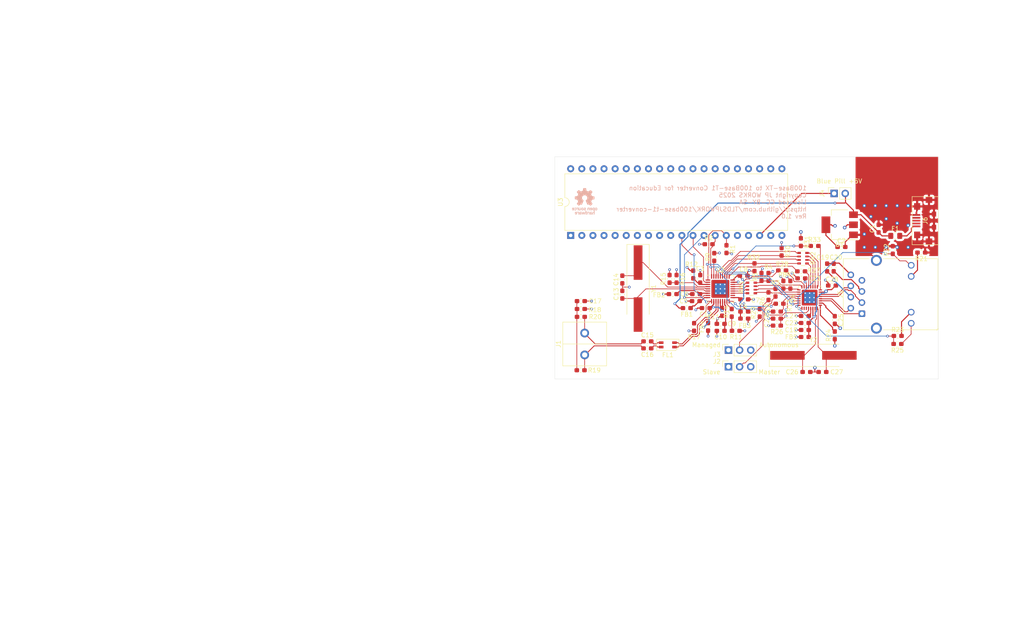
<source format=kicad_pcb>
(kicad_pcb (version 20240108) (generator "pcbnew") (generator_version "8.0")
  (layers (0 "F.Cu" signal) (1 "In1.Cu" power) (2 "In2.Cu" power) (31 "B.Cu" signal) (34 "B.Paste" user) (35 "F.Paste" user) (36 "B.SilkS" user "B.Silkscreen") (37 "F.SilkS" user "F.Silkscreen") (38 "B.Mask" user) (39 "F.Mask" user) (44 "Edge.Cuts" user))
  (net 0 "")
  (net 1 "+5V")
  (net 2 "GND")
  (net 3 "+3V3")
  (net 4 "Net-(C3-Pad1)")
  (net 5 "unconnected-(#FLG0104-pwr-Pad1)")
  (net 6 "unconnected-(#FLG0105-pwr-Pad1)")
  (net 7 "Net-(FB2-Pad1)")
  (net 8 "Net-(FB4-Pad2)")
  (net 9 "unconnected-(C17-Pad1)")
  (net 10 "Net-(C13-Pad2)")
  (net 11 "Net-(C14-Pad2)")
  (net 12 "unconnected-(C19-Pad2)")
  (net 13 "VDDA")
  (net 14 "unconnected-(C20-Pad2)")
  (net 15 "Net-(U4-PHYRSTB)")
  (net 16 "Net-(U4-DVDD10OUT)")
  (net 17 "Net-(U4-AVDD10OUT)")
  (net 18 "Net-(U4-CKXTAL1)")
  (net 19 "Net-(U4-CKXTAL2)")
  (net 20 "Net-(J6-VBUS)")
  (net 21 "unconnected-(#FLG0106-pwr-Pad1)")
  (net 22 "Net-(U4-PHYAD[0]{slash}LED0{slash}PMEB)")
  (net 23 "unconnected-(R21-Pad2)")
  (net 24 "unconnected-(R23-Pad2)")
  (net 28 "Net-(U4-LED1{slash}PHYAD[1])")
  (net 29 "Net-(U4-RSET)")
  (net 30 "/tja1101/TXC")
  (net 31 "Net-(U4-RXC)")
  (net 32 "/micro/MDC")
  (net 33 "/micro/MDIO")
  (net 34 "/tja1101/RXD2")
  (net 35 "/tja1101/RXD0")
  (net 36 "/tja1101/RXD3")
  (net 37 "/tja1101/RXD1")
  (net 38 "Net-(U4-TXC)")
  (net 39 "/tja1101/RXDV")
  (net 40 "/tja1101/RXER")
  (net 41 "/tja1101/TXER")
  (net 42 "/tja1101/TXD1")
  (net 43 "/tja1101/TXEN")
  (net 44 "/micro/INH")
  (net 45 "/tja1101/TXD3")
  (net 46 "Net-(U4-RXDV)")
  (net 47 "/tja1101/TXD2")
  (net 48 "unconnected-(U4-RXD[0]-Pad9)")
  (net 49 "/tja1101/TXD0")
  (net 50 "/tja1101/RXC")
  (net 51 "unconnected-(U4-RXD[2]{slash}INTB-Pad11)")
  (net 52 "unconnected-(U4-RXD[1]-Pad10)")
  (net 53 "unconnected-(U4-RXD[3]{slash}CLK_CTL-Pad12)")
  (net 54 "/micro/~{INT}")
  (net 55 "/micro/WAKE_IN_OUT")
  (net 56 "/tja1101/CLK_IN_OUT")
  (net 57 "/tx_mac/CRS")
  (net 58 "/tx_mac/COL")
  (net 59 "/tx_mac/MDI1+")
  (net 60 "/tx_mac/MDI1-")
  (net 61 "/tx_mac/MDI0+")
  (net 62 "/tx_mac/MDI0-")
  (net 63 "/tja1101/CMC_TRX+")
  (net 64 "/tja1101/CMC_TRX-")
  (net 65 "/tja1101/CHIP_TRX-")
  (net 66 "/tja1101/CHIP_TRX+")
  (net 67 "/TRX+")
  (net 68 "/TRX-")
  (footprint "Capacitor_SMD:C_0603_1608Metric_Pad1.05x0.95mm_HandSolder" (layer "F.Cu") (at 230.265 91.44)
    (property "Reference" "C2")
    (property "Value" "10uF")
  )
  (footprint "Capacitor_SMD:C_0603_1608Metric_Pad1.05x0.95mm_HandSolder" (layer "F.Cu") (at 198 98.725 90)
    (property "Reference" "C3")
    (property "Value" "0.1uF")
  )
  (footprint "Capacitor_SMD:C_0603_1608Metric_Pad1.05x0.95mm_HandSolder" (layer "F.Cu") (at 208.075 106.2 180)
    (property "Reference" "C4")
    (property "Value" "10uF")
  )
  (footprint "Capacitor_SMD:C_0603_1608Metric_Pad1.05x0.95mm_HandSolder" (layer "F.Cu") (at 197 103.8)
    (property "Reference" "C5")
    (property "Value" "0.1uF")
  )
  (footprint "Capacitor_SMD:C_0603_1608Metric_Pad1.05x0.95mm_HandSolder" (layer "F.Cu") (at 197.075 102.2)
    (property "Reference" "C6")
    (property "Value" "0.47uF")
  )
  (footprint "Capacitor_SMD:C_0603_1608Metric_Pad1.05x0.95mm_HandSolder" (layer "F.Cu") (at 208.075 103.4 180)
    (property "Reference" "C7")
    (property "Value" "0.1uF")
  )
  (footprint "Capacitor_SMD:C_0603_1608Metric_Pad1.05x0.95mm_HandSolder" (layer "F.Cu") (at 207.925 98)
    (property "Reference" "C8")
    (property "Value" "0.1uF")
  )
  (footprint "Capacitor_SMD:C_0603_1608Metric_Pad1.05x0.95mm_HandSolder" (layer "F.Cu") (at 203 106.275 90)
    (property "Reference" "C11")
    (property "Value" "0.1uF")
  )
  (footprint "Capacitor_SMD:C_0603_1608Metric_Pad1.05x0.95mm_HandSolder" (layer "F.Cu") (at 199.275 105.4 180)
    (property "Reference" "C12")
    (property "Value" "0.1uF")
  )
  (footprint "Capacitor_SMD:C_0603_1608Metric_Pad1.05x0.95mm_HandSolder" (layer "F.Cu") (at 180.2 102.325 -90)
    (property "Reference" "C13")
    (property "Value" "27pF")
  )
  (footprint "Capacitor_SMD:C_0603_1608Metric_Pad1.05x0.95mm_HandSolder" (layer "F.Cu") (at 180.2 98.875 90)
    (property "Reference" "C14")
    (property "Value" "27pF")
  )
  (footprint "Capacitor_SMD:C_0603_1608Metric_Pad1.05x0.95mm_HandSolder" (layer "F.Cu") (at 185.925 114.6 180)
    (property "Reference" "C16")
    (property "Value" "0.1uF")
  )
  (footprint "Capacitor_SMD:C_0603_1608Metric_Pad1.05x0.95mm_HandSolder" (layer "F.Cu") (at 170.725 103.8)
    (property "Reference" "C17")
    (property "Value" "4700pF")
  )
  (footprint "Capacitor_SMD:C_0603_1608Metric_Pad1.05x0.95mm_HandSolder" (layer "F.Cu") (at 221.925 110.4)
    (property "Reference" "C18")
    (property "Value" "10uF")
  )
  (footprint "Capacitor_SMD:C_0603_1608Metric_Pad1.05x0.95mm_HandSolder" (layer "F.Cu") (at 228.5 96.125 -90)
    (property "Reference" "C20")
    (property "Value" "0.1uF")
  )
  (footprint "Capacitor_SMD:C_0603_1608Metric_Pad1.05x0.95mm_HandSolder" (layer "F.Cu") (at 221.125 98.6)
    (property "Reference" "C21")
    (property "Value" "0.1uF")
  )
  (footprint "Capacitor_SMD:C_0603_1608Metric_Pad1.05x0.95mm_HandSolder" (layer "F.Cu") (at 215.525 107.8 180)
    (property "Reference" "C22")
    (property "Value" "0.1uF")
  )
  (footprint "Capacitor_SMD:C_0603_1608Metric_Pad1.05x0.95mm_HandSolder" (layer "F.Cu") (at 221.925 107.2)
    (property "Reference" "C24")
    (property "Value" "0.1uF")
  )
  (footprint "Capacitor_SMD:C_0603_1608Metric_Pad1.05x0.95mm_HandSolder" (layer "F.Cu") (at 228.75 108.125 -90)
    (property "Reference" "C25")
    (property "Value" "0.1uF")
  )
  (footprint "Capacitor_SMD:C_0603_1608Metric_Pad1.05x0.95mm_HandSolder" (layer "F.Cu") (at 222.275 120 180)
    (property "Reference" "C26")
    (property "Value" "27pF")
  )
  (footprint "Capacitor_SMD:C_0603_1608Metric_Pad1.05x0.95mm_HandSolder" (layer "F.Cu") (at 225.925 120)
    (property "Reference" "C27")
    (property "Value" "27pF")
  )
  (footprint "Inductor_SMD:L_0603_1608Metric_Pad1.05x0.95mm_HandSolder" (layer "F.Cu") (at 194.925 105.4 180)
    (property "Reference" "FB1")
    (property "Value" "120R")
  )
  (footprint "Inductor_SMD:L_0603_1608Metric_Pad1.05x0.95mm_HandSolder" (layer "F.Cu") (at 191.725 102.2 180)
    (property "Reference" "FB2")
    (property "Value" "0")
  )
  (footprint "Inductor_SMD:L_0603_1608Metric_Pad1.05x0.95mm_HandSolder" (layer "F.Cu") (at 208.075 107.8)
    (property "Reference" "FB3")
    (property "Value" "120R")
  )
  (footprint "custom:SOIC-4" (layer "F.Cu") (at 190.6 113.8 90)
    (property "Reference" "FL1")
    (property "Value" "ACT1210L-201-2P-TL00")
  )
  (footprint "custom:SIP-2" (layer "F.Cu") (at 171.6 113.6 -90)
    (property "Reference" "J1")
    (property "Value" "Conn_01x02")
  )
  (footprint "Connector_PinSocket_2.54mm:PinSocket_1x03_P2.54mm_Vertical" (layer "F.Cu") (at 204.46 118.8 90)
    (property "Reference" "J2")
    (property "Value" "Conn_01x03")
  )
  (footprint "Connector_PinSocket_2.54mm:PinSocket_1x03_P2.54mm_Vertical" (layer "F.Cu") (at 204.46 115 90)
    (property "Reference" "J3")
    (property "Value" "Conn_01x03")
  )
  (footprint "Connector_PinSocket_2.54mm:PinSocket_1x02_P2.54mm_Vertical" (layer "F.Cu") (at 228.6 79.2 90)
    (property "Reference" "J4")
    (property "Value" "Conn_01x02")
  )
  (footprint "Connector_RJ:RJ45_Hanrun_HR911105A" (layer "F.Cu") (at 234.95 106.68 90)
    (property "Reference" "J5")
    (property "Value" "8P8C_LED_Shielded")
  )
  (footprint "custom:LCSC_C77238" (layer "F.Cu") (at 248.92 85.42 90)
    (property "Reference" "J6")
    (property "Value" "USB_B_Micro")
  )
  (footprint "Resistor_SMD:R_0603_1608Metric_Pad1.05x0.95mm_HandSolder" (layer "F.Cu") (at 204 91.925 -90)
    (property "Reference" "R1")
    (property "Value" "4.7k")
  )
  (footprint "Resistor_SMD:R_0603_1608Metric_Pad1.05x0.95mm_HandSolder" (layer "F.Cu") (at 199.925 90.8)
    (property "Reference" "R2")
    (property "Value" "4.7k")
  )
  (footprint "Resistor_SMD:R_0603_1608Metric_Pad1.05x0.95mm_HandSolder" (layer "F.Cu") (at 213.6 98.275 90)
    (property "Reference" "R4")
    (property "Value" "DNP")
  )
  (footprint "Resistor_SMD:R_0603_1608Metric_Pad1.05x0.95mm_HandSolder" (layer "F.Cu") (at 206.125 110.6 180)
    (property "Reference" "R11")
    (property "Value" "4.7k")
  )
  (footprint "Resistor_SMD:R_0603_1608Metric_Pad1.05x0.95mm_HandSolder" (layer "F.Cu") (at 196.4 97.725 90)
    (property "Reference" "R12")
    (property "Value" "4.7k")
  )
  (footprint "Resistor_SMD:R_0603_1608Metric_Pad1.05x0.95mm_HandSolder" (layer "F.Cu") (at 205.2 106.475 -90)
    (property "Reference" "R14")
    (property "Value" "33")
  )
  (footprint "Resistor_SMD:R_0603_1608Metric_Pad1.05x0.95mm_HandSolder" (layer "F.Cu") (at 191 98.725 90)
    (property "Reference" "R15")
    (property "Value" "10k")
  )
  (footprint "Resistor_SMD:R_0603_1608Metric_Pad1.05x0.95mm_HandSolder" (layer "F.Cu") (at 192.6 98.725 -90)
    (property "Reference" "R16")
    (property "Value" "DNP")
  )
  (footprint "Resistor_SMD:R_0603_1608Metric_Pad1.05x0.95mm_HandSolder" (layer "F.Cu") (at 170.725 105.6 180)
    (property "Reference" "R18")
    (property "Value" "100k")
  )
  (footprint "Resistor_SMD:R_0603_1608Metric_Pad1.05x0.95mm_HandSolder" (layer "F.Cu") (at 170.675 119.6)
    (property "Reference" "R19")
    (property "Value" "1.0k")
  )
  (footprint "Resistor_SMD:R_0603_1608Metric_Pad1.05x0.95mm_HandSolder" (layer "F.Cu") (at 248.525 92.71 180)
    (property "Reference" "R21")
    (property "Value" "510")
  )
  (footprint "Resistor_SMD:R_0603_1608Metric_Pad1.05x0.95mm_HandSolder" (layer "F.Cu") (at 242 92.125 90)
    (property "Reference" "R22")
    (property "Value" "4.7k")
  )
  (footprint "Resistor_SMD:R_0603_1608Metric_Pad1.05x0.95mm_HandSolder" (layer "F.Cu") (at 243.075 113.6 180)
    (property "Reference" "R25")
    (property "Value" "4.7k")
  )
  (footprint "Resistor_SMD:R_0603_1608Metric_Pad1.05x0.95mm_HandSolder" (layer "F.Cu") (at 215.525 109.4 180)
    (property "Reference" "R26")
    (property "Value" "4.7k")
  )
  (footprint "Resistor_SMD:R_0603_1608Metric_Pad1.05x0.95mm_HandSolder" (layer "F.Cu") (at 221.075 97)
    (property "Reference" "R27")
    (property "Value" "33")
  )
  (footprint "Resistor_SMD:R_0603_1608Metric_Pad1.05x0.95mm_HandSolder" (layer "F.Cu") (at 216.725 96.8)
    (property "Reference" "R28")
    (property "Value" "33")
  )
  (footprint "Resistor_SMD:R_0603_1608Metric_Pad1.05x0.95mm_HandSolder" (layer "F.Cu") (at 211.6 106.475 90)
    (property "Reference" "R29")
    (property "Value" "4.7k")
  )
  (footprint "Resistor_SMD:R_0603_1608Metric_Pad1.05x0.95mm_HandSolder" (layer "F.Cu") (at 216.6 92.525 -90)
    (property "Reference" "R30")
    (property "Value" "4.7k")
  )
  (footprint "Resistor_SMD:R_0603_1608Metric_Pad1.05x0.95mm_HandSolder" (layer "F.Cu") (at 210.4 96.075 90)
    (property "Reference" "R32")
    (property "Value" "4.7k")
  )
  (footprint "Package_TO_SOT_SMD:SOT-223-3_TabPin2" (layer "F.Cu") (at 229.87 86.36 180)
    (property "Reference" "U1")
    (property "Value" "AP1117-33")
  )
  (footprint "Package_DFN_QFN:QFN-36-1EP_6x6mm_P0.5mm_EP4.1x4.1mm_ThermalVias" (layer "F.Cu") (at 202.6 101)
    (property "Reference" "U2")
    (property "Value" "TJA1101")
  )
  (footprint "Package_DIP:DIP-40_W15.24mm" (layer "F.Cu") (at 168.4 88.8 90)
    (property "Reference" "U3")
    (property "Value" "blue_pill")
  )
  (footprint "Crystal:Crystal_SMD_HC49-SD_HandSoldering" (layer "F.Cu") (at 183.8 100.9375 -90)
    (property "Reference" "Y1")
    (property "Value" "TXC 9C25000026")
  )
  (footprint "Package_DFN_QFN:QFN-32-1EP_5x5mm_P0.5mm_EP3.6x3.6mm_ThermalVias" (layer "F.Cu") (at 223 103 180)
    (property "Reference" "U4")
    (property "Value" "SR8201F")
  )
  (footprint "Capacitor_SMD:C_0603_1608Metric_Pad1.05x0.95mm_HandSolder" (layer "F.Cu") (at 185.925 113)
    (property "Reference" "C15")
    (property "Value" "0.1uF")
  )
  (footprint "Capacitor_SMD:C_0603_1608Metric_Pad1.05x0.95mm_HandSolder" (layer "F.Cu") (at 238.76 87.235 90)
    (property "Reference" "C1")
    (property "Value" "10uF")
  )
  (footprint "Fuse:Fuse_0805_2012Metric_Pad1.15x1.40mm_HandSolder" (layer "F.Cu") (at 242.57 88.9)
    (property "Reference" "F1")
    (property "Value" "500mA")
  )
  (footprint "Resistor_SMD:R_0603_1608Metric_Pad1.05x0.95mm_HandSolder" (layer "F.Cu") (at 243.125 111.76)
    (property "Reference" "R23")
    (property "Value" "510")
  )
  (footprint "custom:R_Array_Convex_Reversed_4x0603" (layer "F.Cu") (at 209.7 100.8 180)
    (property "Reference" "RN1")
    (property "Value" "33")
  )
  (footprint "Resistor_SMD:R_0603_1608Metric_Pad1.05x0.95mm_HandSolder" (layer "F.Cu") (at 221 90.325 -90)
    (property "Reference" "R31")
    (property "Value" "4.7k")
  )
  (footprint "Capacitor_SMD:C_0603_1608Metric_Pad1.05x0.95mm_HandSolder" (layer "F.Cu") (at 227 96.125 -90)
    (property "Reference" "C19")
    (property "Value" "0.1uF")
  )
  (footprint "Resistor_SMD:R_0603_1608Metric_Pad1.05x0.95mm_HandSolder" (layer "F.Cu") (at 224.125 91.2)
    (property "Reference" "R33")
    (property "Value" "33")
  )
  (footprint "custom:R_Array_Convex_Reversed_4x0603" (layer "F.Cu") (at 221.5 94 180)
    (property "Reference" "RN2")
    (property "Value" "33R")
  )
  (footprint "Resistor_SMD:R_0603_1608Metric_Pad1.05x0.95mm_HandSolder" (layer "F.Cu") (at 228.75 111.625 90)
    (property "Reference" "R24")
    (property "Value" "2.49k 1%")
  )
  (footprint "Capacitor_SMD:C_0603_1608Metric_Pad1.05x0.95mm_HandSolder" (layer "F.Cu") (at 228.125 100.25)
    (property "Reference" "C28")
    (property "Value" "0.1uF")
  )
  (footprint "Inductor_SMD:L_0603_1608Metric_Pad1.05x0.95mm_HandSolder" (layer "F.Cu") (at 221.925 112 180)
    (property "Reference" "FB5")
    (property "Value" "BLM18PG181SN1D")
  )
  (footprint "Capacitor_SMD:C_0603_1608Metric_Pad1.05x0.95mm_HandSolder" (layer "F.Cu") (at 221.925 108.8)
    (property "Reference" "C23")
    (property "Value" "0.1uF")
  )
  (footprint "Crystal:Crystal_SMD_HC49-SD_HandSoldering" (layer "F.Cu") (at 223.8625 116.2)
    (property "Reference" "Y2")
    (property "Value" "TXC 9C25000026")
  )
  (footprint "Resistor_SMD:R_0603_1608Metric_Pad1.05x0.95mm_HandSolder" (layer "F.Cu") (at 213.6 102.675 90)
    (property "Reference" "R6")
    (property "Value" "4.7k")
  )
  (footprint "Resistor_SMD:R_0603_1608Metric_Pad1.05x0.95mm_HandSolder" (layer "F.Cu") (at 215.2 101.875 90)
    (property "Reference" "R3")
    (property "Value" "4.7k")
  )
  (footprint "Resistor_SMD:R_0603_1608Metric_Pad1.05x0.95mm_HandSolder" (layer "F.Cu") (at 218.6 100.075 90)
    (property "Reference" "R7")
    (property "Value" "DNP")
  )
  (footprint "Resistor_SMD:R_0603_1608Metric_Pad1.05x0.95mm_HandSolder" (layer "F.Cu") (at 215.525 106.2)
    (property "Reference" "R10")
    (property "Value" "4.7k")
  )
  (footprint "Resistor_SMD:R_0603_1608Metric_Pad1.05x0.95mm_HandSolder" (layer "F.Cu") (at 216.125 104.4)
    (property "Reference" "R13")
    (property "Value" "33")
  )
  (footprint "Resistor_SMD:R_0603_1608Metric_Pad1.05x0.95mm_HandSolder" (layer "F.Cu") (at 212 98.275 90)
    (property "Reference" "R5")
    (property "Value" "DNP")
  )
  (footprint "Resistor_SMD:R_0603_1608Metric_Pad1.05x0.95mm_HandSolder" (layer "F.Cu") (at 201.2 93.725 90)
    (property "Reference" "R9")
    (property "Value" "10k")
  )
  (footprint "Resistor_SMD:R_0603_1608Metric_Pad1.05x0.95mm_HandSolder" (layer "F.Cu") (at 217 100.075 90)
    (property "Reference" "R8")
    (property "Value" "DNP")
  )
  (footprint "Capacitor_SMD:C_0603_1608Metric_Pad1.05x0.95mm_HandSolder" (layer "F.Cu") (at 202.675 110.6)
    (property "Reference" "C10")
    (property "Value" "0.47uF")
  )
  (footprint "Capacitor_SMD:C_0603_1608Metric_Pad1.05x0.95mm_HandSolder" (layer "F.Cu") (at 202.675 109)
    (property "Reference" "C9")
    (property "Value" "0.47uF")
  )
  (footprint "Inductor_SMD:L_0603_1608Metric_Pad1.05x0.95mm_HandSolder" (layer "F.Cu") (at 199.8 109.675 90)
    (property "Reference" "FB4")
    (property "Value" "0")
  )
  (footprint "Resistor_SMD:R_0603_1608Metric_Pad1.05x0.95mm_HandSolder" (layer "F.Cu") (at 196.6 109.725 -90)
    (property "Reference" "R17")
    (property "Value" "100k")
  )
  (footprint "Resistor_SMD:R_0603_1608Metric_Pad1.05x0.95mm_HandSolder" (layer "F.Cu") (at 170.725 107.4)
    (property "Reference" "R20")
    (property "Value" "1.0k")
  )
  (footprint "Symbol:OSHW-Logo_5.7x6mm_SilkScreen" (layer "B.Cu") (at 171.6 81 180)
    (property "Reference" "REF**" (hide yes))
    (property "Value" "OSHW-Logo_5.7x6mm_SilkScreen" (hide yes))
  )
  (gr_line (start 164.8 121.6) (end 252.4 121.6) (stroke (width 0.05)) (layer "Edge.Cuts"))
  (gr_line (start 252.4 121.6) (end 252.4 70.8) (stroke (width 0.05)) (layer "Edge.Cuts"))
  (gr_line (start 252.4 70.8) (end 164.8 70.8) (stroke (width 0.05)) (layer "Edge.Cuts"))
  (gr_line (start 164.8 70.8) (end 164.8 121.6) (stroke (width 0.05)) (layer "Edge.Cuts"))
  (gr_text "100Base-TX to 100Base-T1 Converter for Education\nCopyright JP WORKS 2025\nLicensed CC-BY-SA\nhttps://github.com/TLDSJPWORK/100base-t1-converter\nRev 1.0" (at 222.4 81.2 0) (layer "B.SilkS") (effects (font (size 1 1)) (justify left mirror)))
  (gr_text "Master" (at 213.8 120 0) (layer "F.SilkS") (effects (font (size 1 1))))
  (gr_text "Blue Pill +5V" (at 229.8 76.4 0) (layer "F.SilkS") (effects (font (size 1 1))))
  (gr_text "Slave" (at 200.6 120 0) (layer "F.SilkS") (effects (font (size 1 1))))
  (gr_text "Managed" (at 199.4 113.8 0) (layer "F.SilkS") (effects (font (size 1 1))))
  (gr_text "Autonomous" (at 216 113.8 0) (layer "F.SilkS") (effects (font (size 1 1))))
  (segment (start 197.384676 100.5) (end 196.484676 99.6) (width 0.1524) (layer "F.Cu") (net 0))
  (segment (start 205.4375 103.8375) (end 206 104.4) (width 0.1524) (layer "F.Cu") (net 0))
  (segment (start 201.1 94.7) (end 201.2 94.6) (width 0.1524) (layer "F.Cu") (net 0))
  (segment (start 213.6 103.55) (end 212.35121 104.79879) (width 0.1524) (layer "F.Cu") (net 0))
  (segment (start 203.6 109) (end 203.6 110.6) (width 0.25) (layer "F.Cu") (net 0))
  (segment (start 203.6 103.8375) (end 203.6 104.67949) (width 0.25) (layer "F.Cu") (net 0))
  (segment (start 203.80001 104.8795) (end 203.80001 108.79999) (width 0.25) (layer "F.Cu") (net 0))
  (segment (start 203.6 104.67949) (end 203.80001 104.8795) (width 0.25) (layer "F.Cu") (net 0))
  (segment (start 214.123423 104.423799) (end 213.923423 104.423799) (width 0.1524) (layer "F.Cu") (net 0))
  (segment (start 212.35121 107.850288) (end 207 113.201498) (width 0.1524) (layer "F.Cu") (net 0))
  (segment (start 205.4375 101.5) (end 207.9476 101.5) (width 0.1524) (layer "F.Cu") (net 0))
  (segment (start 207.849999 117.950001) (end 207 118.8) (width 0.1524) (layer "F.Cu") (net 0))
  (segment (start 203.80001 108.79999) (end 203.6 109) (width 0.25) (layer "F.Cu") (net 0))
  (segment (start 204.1 103.8375) (end 204.1 104.5) (width 0.1524) (layer "F.Cu") (net 0))
  (segment (start 208.8 102) (end 205.4 102) (width 0.1524) (layer "F.Cu") (net 0))
  (segment (start 214.35121 103.64879) (end 214.35121 104.196012) (width 0.1524) (layer "F.Cu") (net 0))
  (segment (start 204.1 104.5) (end 205.2 105.6) (width 0.1524) (layer "F.Cu") (net 0))
  (segment (start 196.484676 99.6) (end 191 99.6) (width 0.1524) (layer "F.Cu") (net 0))
  (segment (start 208.2476 101.2) (end 208.8 101.2) (width 0.1524) (layer "F.Cu") (net 0))
  (segment (start 215.304182 104.504182) (end 215.304182 104.839752) (width 0.1524) (layer "F.Cu") (net 0))
  (segment (start 214.8 104.4) (end 215.2 104.4) (width 0.1524) (layer "F.Cu") (net 0))
  (segment (start 213.923423 104.423799) (end 212.70362 105.643602) (width 0.1524) (layer "F.Cu") (net 0))
  (segment (start 207 113.201498) (end 207 115) (width 0.1524) (layer "F.Cu") (net 0))
  (segment (start 199.7625 100.5) (end 197.384676 100.5) (width 0.1524) (layer "F.Cu") (net 0))
  (segment (start 212.35121 108.348672) (end 212.35121 113.855568) (width 0.1524) (layer "F.Cu") (net 0))
  (segment (start 212.35121 113.855568) (end 208.256777 117.950001) (width 0.1524) (layer "F.Cu") (net 0))
  (segment (start 205.4375 101) (end 207.902838 101) (width 0.1524) (layer "F.Cu") (net 0))
  (segment (start 208.256777 117.950001) (end 207.849999 117.950001) (width 0.1524) (layer "F.Cu") (net 0))
  (segment (start 215.2 104.4) (end 215.304182 104.504182) (width 0.1524) (layer "F.Cu") (net 0))
  (segment (start 201.1 98.1625) (end 201.1 94.7) (width 0.1524) (layer "F.Cu") (net 0))
  (segment (start 215.2 102.8) (end 214.35121 103.64879) (width 0.1524) (layer "F.Cu") (net 0))
  (segment (start 214.35121 104.196012) (end 214.123423 104.423799) (width 0.1524) (layer "F.Cu") (net 0))
  (segment (start 212.70362 105.643602) (end 212.70362 107.996262) (width 0.1524) (layer "F.Cu") (net 0))
  (segment (start 205.4375 100.5) (end 207.602838 100.5) (width 0.1524) (layer "F.Cu") (net 0))
  (segment (start 214.2 105) (end 214.8 104.4) (width 0.1524) (layer "F.Cu") (net 0))
  (segment (start 207.602838 100.5) (end 208.502838 99.6) (width 0.1524) (layer "F.Cu") (net 0))
  (segment (start 212.70362 107.996262) (end 212.35121 108.348672) (width 0.1524) (layer "F.Cu") (net 0))
  (segment (start 204.6 103.8375) (end 205.4375 103.8375) (width 0.1524) (layer "F.Cu") (net 0))
  (segment (start 208.502838 99.6) (end 208.8 99.6) (width 0.1524) (layer "F.Cu") (net 0))
  (segment (start 208.502838 100.4) (end 208.8 100.4) (width 0.1524) (layer "F.Cu") (net 0))
  (segment (start 207.902838 101) (end 208.502838 100.4) (width 0.1524) (layer "F.Cu") (net 0))
  (segment (start 212.35121 104.79879) (end 212.35121 107.850288) (width 0.1524) (layer "F.Cu") (net 0))
  (segment (start 207.9476 101.5) (end 208.2476 101.2) (width 0.1524) (layer "F.Cu") (net 0))
  (via (at 206 104.4) (size 0.6) (drill 0.3) (layers "F.Cu" "B.Cu") (net 0))
  (via (at 214.2 105) (size 0.6) (drill 0.3) (layers "F.Cu" "B.Cu") (net 0))
  (segment (start 206 104.4) (end 206.6 105) (width 0.1524) (layer "B.Cu") (net 0))
  (segment (start 206.6 105) (end 214.2 105) (width 0.1524) (layer "B.Cu") (net 0))
  (segment (start 228.8 81.4) (end 231.04 81.4) (width 0.25) (layer "F.Cu") (net 1))
  (segment (start 233.02 84.06) (end 234.71 84.06) (width 0.25) (layer "F.Cu") (net 1))
  (segment (start 231.2 81.24) (end 231.2 79.4) (width 0.25) (layer "F.Cu") (net 1))
  (segment (start 239.55 88.9) (end 241.545 88.9) (width 0.25) (layer "F.Cu") (net 1))
  (segment (start 238.76 88.11) (end 239.55 88.9) (width 0.25) (layer "F.Cu") (net 1))
  (segment (start 234.71 84.06) (end 238.76 88.11) (width 0.25) (layer "F.Cu") (net 1))
  (segment (start 194.05 105.4) (end 193.2 105.4) (width 0.25) (layer "F.Cu") (net 1))
  (segment (start 233.02 84.06) (end 233.02 83.06) (width 0.25) (layer "F.Cu") (net 1))
  (segment (start 233.02 83.06) (end 231.2 81.24) (width 0.25) (layer "F.Cu") (net 1))
  (segment (start 231.04 81.4) (end 231.2 81.24) (width 0.25) (layer "F.Cu") (net 1))
  (segment (start 193.2 105.4) (end 192.2 104.4) (width 0.25) (layer "F.Cu") (net 1))
  (via (at 192.2 104.4) (size 0.6) (drill 0.3) (layers "F.Cu" "B.Cu") (net 1))
  (via (at 228.8 81.4) (size 0.6) (drill 0.3) (layers "F.Cu" "B.Cu") (net 1))
  (segment (start 195.214999 88.259999) (end 202.074998 81.4) (width 0.25) (layer "B.Cu") (net 1))
  (segment (start 202.074998 81.4) (end 228.8 81.4) (width 0.25) (layer "B.Cu") (net 1))
  (segment (start 195.214999 89.050003) (end 195.214999 88.259999) (width 0.25) (layer "B.Cu") (net 1))
  (segment (start 193.4 103.2) (end 193.4 90.865002) (width 0.25) (layer "B.Cu") (net 1))
  (segment (start 192.2 104.4) (end 193.4 103.2) (width 0.25) (layer "B.Cu") (net 1))
  (segment (start 193.4 90.865002) (end 195.214999 89.050003) (width 0.25) (layer "B.Cu") (net 1))
  (segment (start 247.4 84.12) (end 246.25 84.12) (width 0.25) (layer "F.Cu") (net 2))
  (segment (start 197.4 105.4) (end 197 105.8) (width 0.25) (layer "F.Cu") (net 2))
  (segment (start 221.05 107.2) (end 220 107.2) (width 0.25) (layer "F.Cu") (net 2))
  (segment (start 196.125 103.8) (end 194.8 103.8) (width 0.25) (layer "F.Cu") (net 2))
  (segment (start 229 109) (end 230 110) (width 0.25) (layer "F.Cu") (net 2))
  (segment (start 211.6 107.35) (end 211.6 107.43421) (width 0.1524) (layer "F.Cu") (net 2))
  (segment (start 214.2 97.4) (end 214.6 97) (width 0.1524) (layer "F.Cu") (net 2))
  (segment (start 224.2 120) (end 224.2 119) (width 0.25) (layer "F.Cu") (net 2))
  (segment (start 180.2 100.6) (end 180.2 99.8) (width 0.1524) (layer "F.Cu") (net 2))
  (segment (start 196.6 110.6) (end 195.4 110.6) (width 0.1524) (layer "F.Cu") (net 2))
  (segment (start 201.8 108) (end 202 107.8) (width 0.25) (layer "F.Cu") (net 2))
  (segment (start 208.8 97.2) (end 209.2 96.8) (width 0.25) (layer "F.Cu") (net 2))
  (segment (start 228.5 95.125) (end 229.735 95.125) (width 0.25) (layer "F.Cu") (net 2))
  (segment (start 218.6 99) (end 217.8 98.2) (width 0.1524) (layer "F.Cu") (net 2))
  (segment (start 227.625 95.2) (end 228.6 95.2) (width 0.25) (layer "F.Cu") (net 2))
  (segment (start 198 97.85) (end 198 96.8) (width 0.25) (layer "F.Cu") (net 2))
  (segment (start 223.15 120) (end 224.2 120) (width 0.1524) (layer "F.Cu") (net 2))
  (segment (start 171.6 105.6) (end 173.2 105.6) (width 0.1524) (layer "F.Cu") (net 2))
  (segment (start 208.95 106.2) (end 207.980845 105.230845) (width 0.25) (layer "F.Cu") (net 2))
  (segment (start 171.6 103.8) (end 173.2 103.8) (width 0.1524) (layer "F.Cu") (net 2))
  (segment (start 203 107.15) (end 202.65 107.15) (width 0.25) (layer "F.Cu") (net 2))
  (segment (start 191 97.85) (end 191 96.6) (width 0.1524) (layer "F.Cu") (net 2))
  (segment (start 216.6 91.65) (end 216.6 90.4) (width 0.1524) (layer "F.Cu") (net 2))
  (segment (start 208.8 98) (end 208.8 97.2) (width 0.25) (layer "F.Cu") (net 2))
  (segment (start 180.2 100.6) (end 181.8 100.6) (width 0.1524) (layer "F.Cu") (net 2))
  (segment (start 227.575 95.25) (end 227.625 95.2) (width 0.25) (layer "F.Cu") (net 2))
  (segment (start 213.6 97.4) (end 214.2 97.4) (width 0.1524) (layer "F.Cu") (net 2))
  (segment (start 245.5 83.37) (end 245.5 82) (width 0.25) (layer "F.Cu") (net 2))
  (segment (start 208.95 103.4) (end 210.2 103.4) (width 0.25) (layer "F.Cu") (net 2))
  (segment (start 221.05 110.4) (end 220 110.4) (width 0.25) (layer "F.Cu") (net 2))
  (segment (start 221.05 108.8) (end 220 108.8) (width 0.25) (layer "F.Cu") (net 2))
  (segment (start 227.25 100.25) (end 227.25 99.65) (width 0.25) (layer "F.Cu") (net 2))
  (segment (start 229.735 95.125) (end 232.41 97.8) (width 0.25) (layer "F.Cu") (net 2))
  (segment (start 214.65 107.6) (end 214.501059 107.748941) (width 0.1524) (layer "F.Cu") (net 2))
  (segment (start 201.8 109) (end 201.8 108) (width 0.25) (layer "F.Cu") (net 2))
  (segment (start 235.34 88.66) (end 235.5 88.5) (width 0.25) (layer "F.Cu") (net 2))
  (segment (start 231.14 90.29) (end 232.77 88.66) (width 0.25) (layer "F.Cu") (net 2))
  (segment (start 224.2 120) (end 225 120) (width 0.1524) (layer "F.Cu") (net 2))
  (segment (start 201.8 110.6) (end 201.8 111.8) (width 0.25) (layer "F.Cu") (net 2))
  (segment (start 202.65 107.15) (end 202 107.8) (width 0.25) (layer "F.Cu") (net 2))
  (segment (start 211.6 107.43421) (end 211.775 107.60921) (width 0.1524) (layer "F.Cu") (net 2))
  (segment (start 198.4 105.4) (end 197.4 105.4) (width 0.25) (layer "F.Cu") (net 2))
  (segment (start 211.6 107.35) (end 211.6 107.6) (width 0.1524) (layer "F.Cu") (net 2))
  (segment (start 210.4 96.95) (end 209.35 96.95) (width 0.1524) (layer "F.Cu") (net 2))
  (segment (start 227 95.25) (end 227.575 95.25) (width 0.25) (layer "F.Cu") (net 2))
  (segment (start 233.02 88.66) (end 235.34 88.66) (width 0.25) (layer "F.Cu") (net 2))
  (segment (start 227.25 99.65) (end 226.6 99) (width 0.25) (layer "F.Cu") (net 2))
  (segment (start 220.2 98.6) (end 219 97.4) (width 0.2032) (layer "F.Cu") (net 2))
  (segment (start 231.14 91.44) (end 231.14 90.29) (width 0.25) (layer "F.Cu") (net 2))
  (segment (start 209.35 96.95) (end 209.2 96.8) (width 0.1524) (layer "F.Cu") (net 2))
  (segment (start 180.2 101.45) (end 180.2 100.6) (width 0.1524) (layer "F.Cu") (net 2))
  (segment (start 207.980845 105.230845) (end 207.980845 104.42379) (width 0.25) (layer "F.Cu") (net 2))
  (segment (start 221 89.45) (end 221 88) (width 0.1524) (layer "F.Cu") (net 2))
  (segment (start 206.594362 99.5) (end 206.670572 99.42379) (width 0.25) (layer "F.Cu") (net 2))
  (segment (start 246.25 84.12) (end 245.5 83.37) (width 0.25) (layer "F.Cu") (net 2))
  (segment (start 232.77 88.66) (end 233.02 88.66) (width 0.25) (layer "F.Cu") (net 2))
  (segment (start 214.501059 107.748941) (end 213.681259 107.748941) (width 0.1524) (layer "F.Cu") (net 2))
  (segment (start 228.75 109) (end 229 109) (width 0.25) (layer "F.Cu") (net 2))
  (segment (start 211.6 107.6) (end 210.8 108.4) (width 0.1524) (layer "F.Cu") (net 2))
  (segment (start 218.6 99.2) (end 218.6 99) (width 0.1524) (layer "F.Cu") (net 2))
  (segment (start 220.25 98.6) (end 220.2 98.6) (width 0.2032) (layer "F.Cu") (net 2))
  (segment (start 205.4375 99.5) (end 206.594362 99.5) (width 0.25) (layer "F.Cu") (net 2))
  (segment (start 228.75 112.5) (end 228.75 114) (width 0.25) (layer "F.Cu") (net 2))
  (segment (start 196.2 102.2) (end 195 102.2) (width 0.25) (layer "F.Cu") (net 2))
  (via (at 220 110.4) (size 0.6) (drill 0.3) (layers "F.Cu" "B.Cu") (net 2))
  (via (at 240.5 91.5) (size 0.8) (drill 0.4) (layers "F.Cu" "B.Cu") (net 2))
  (via (at 228.75 114) (size 0.8) (drill 0.4) (layers "F.Cu" "B.Cu") (net 2))
  (via (at 191 96.6) (size 0.6) (drill 0.3) (layers "F.Cu" "B.Cu") (net 2))
  (via (at 230 110) (size 0.8) (drill 0.4) (layers "F.Cu" "B.Cu") (net 2))
  (via (at 173.2 103.8) (size 0.6) (drill 0.3) (layers "F.Cu" "B.Cu") (net 2))
  (via (at 237 84.5) (size 0.8) (drill 0.4) (layers "F.Cu" "B.Cu") (net 2))
  (via (at 226.6 99) (size 0.6) (drill 0.3) (layers "F.Cu" "B.Cu") (net 2))
  (via (at 235.5 82) (size 0.8) (drill 0.4) (layers "F.Cu" "B.Cu") (net 2))
  (via (at 202 107.8) (size 0.6) (drill 0.3) (layers "F.Cu" "B.Cu") (net 2))
  (via (at 214.6 97) (size 0.6) (drill 0.3) (layers "F.Cu" "B.Cu") (net 2))
  (via (at 195 102.2) (size 0.6) (drill 0.3) (layers "F.Cu" "B.Cu") (net 2))
  (via (at 243 82) (size 0.8) (drill 0.4) (layers "F.Cu" "B.Cu") (net 2))
  (via (at 238 91.5) (size 0.8) (drill 0.4) (layers "F.Cu" "B.Cu") (net 2))
  (via (at 210.2 103.4) (size 0.6) (drill 0.3) (layers "F.Cu" "B.Cu") (net 2))
  (via (at 221 88) (size 0.8) (drill 0.4) (layers "F.Cu" "B.Cu") (net 2))
  (via (at 220 108.8) (size 0.6) (drill 0.3) (layers "F.Cu" "B.Cu") (net 2))
  (via (at 240.5 82) (size 0.8) (drill 0.4) (layers "F.Cu" "B.Cu") (net 2))
  (via (at 238 82) (size 0.8) (drill 0.4) (layers "F.Cu" "B.Cu") (net 2))
  (via (at 173.2 105.6) (size 0.6) (drill 0.3) (layers "F.Cu" "B.Cu") (net 2))
  (via (at 210.8 108.4) (size 0.6) (drill 0.3) (layers "F.Cu" "B.Cu") (net 2))
  (via (at 220 107.2) (size 0.6) (drill 0.3) (layers "F.Cu" "B.Cu") (net 2))
  (via (at 195.4 110.6) (size 0.6) (drill 0.3) (layers "F.Cu" "B.Cu") (net 2))
  (via (at 245.5 86.5) (size 0.8) (drill 0.4) (layers "F.Cu" "B.Cu") (net 2))
  (via (at 198 96.8) (size 0.6) (drill 0.3) (layers "F.Cu" "B.Cu") (net 2))
  (via (at 224.2 119) (size 0.8) (drill 0.4) (layers "F.Cu" "B.Cu") (net 2))
  (via (at 243 86) (size 0.8) (drill 0.4) (layers "F.Cu" "B.Cu") (net 2))
  (via (at 243 91.5) (size 0.8) (drill 0.4) (layers "F.Cu" "B.Cu") (net 2))
  (via (at 181.8 100.6) (size 0.6) (drill 0.3) (layers "F.Cu" "B.Cu") (net 2))
  (via (at 209.2 96.8) (size 0.6) (drill 0.3) (layers "F.Cu" "B.Cu") (net 2))
  (via (at 201.8 111.8) (size 0.6) (drill 0.3) (layers "F.Cu" "B.Cu") (net 2))
  (via (at 206.670572 99.42379) (size 0.6) (drill 0.3) (layers "F.Cu" "B.Cu") (net 2))
  (via (at 235.5 91.5) (size 0.8) (drill 0.4) (layers "F.Cu" "B.Cu") (net 2))
  (via (at 245.5 91.5) (size 0.8) (drill 0.4) (layers "F.Cu" "B.Cu") (net 2))
  (via (at 216.6 90.4) (size 0.6) (drill 0.3) (layers "F.Cu" "B.Cu") (net 2))
  (via (at 197 105.8) (size 0.6) (drill 0.3) (layers "F.Cu" "B.Cu") (net 2))
  (via (at 240.5 85) (size 0.8) (drill 0.4) (layers "F.Cu" "B.Cu") (net 2))
  (via (at 245.5 82) (size 0.8) (drill 0.4) (layers "F.Cu" "B.Cu") (net 2))
  (via (at 235.5 88.5) (size 0.8) (drill 0.4) (layers "F.Cu" "B.Cu") (net 2))
  (via (at 217.8 98.2) (size 0.6) (drill 0.3) (layers "F.Cu" "B.Cu") (net 2))
  (via (at 207.980845 104.42379) (size 0.6) (drill 0.3) (layers "F.Cu" "B.Cu") (net 2))
  (via (at 194.8 103.8) (size 0.6) (drill 0.3) (layers "F.Cu" "B.Cu") (net 2))
  (via (at 213.681259 107.748941) (size 0.6) (drill 0.3) (layers "F.Cu" "B.Cu") (net 2))
  (via (at 219 97.4) (size 0.6) (drill 0.3) (layers "F.Cu" "B.Cu") (net 2))
  (segment (start 205 92.8) (end 205.2 93) (width 0.1524) (layer "F.Cu") (net 3))
  (segment (start 221.8 99.263556) (end 221.953957 99.417513) (width 0.1524) (layer "F.Cu") (net 3))
  (segment (start 213.611579 106.2) (end 213.588956 106.222623) (width 0.1524) (layer "F.Cu") (net 3))
  (segment (start 221.8 98.6) (end 221.8 99.263556) (width 0.1524) (layer "F.Cu") (net 3))
  (segment (start 214.65 106.2) (end 213.611579 106.2) (width 0.1524) (layer "F.Cu") (net 3))
  (segment (start 227.974 86.36) (end 228.214 86.6) (width 0.254) (layer "F.Cu") (net 3))
  (segment (start 226.72 86.36) (end 227.974 86.36) (width 0.254) (layer "F.Cu") (net 3))
  (segment (start 199.05 90.8) (end 197.8 90.8) (width 0.1524) (layer "F.Cu") (net 3))
  (segment (start 201.2 92.85) (end 202.35 92.85) (width 0.1524) (layer "F.Cu") (net 3))
  (segment (start 243.95 113.6) (end 246.2 111.35) (width 0.1524) (layer "F.Cu") (net 3))
  (segment (start 212 97.4) (end 212 96.6) (width 0.1524) (layer "F.Cu") (net 3))
  (segment (start 246.2 111.35) (end 246.2 108.8) (width 0.1524) (layer "F.Cu") (net 3))
  (segment (start 226.72 86.36) (end 226.72 88.77) (width 0.25) (layer "F.Cu") (net 3))
  (segment (start 217 98.8) (end 216.4 98.2) (width 0.1524) (layer "F.Cu") (net 3))
  (segment (start 217 99.2) (end 217 98.8) (width 0.1524) (layer "F.Cu") (net 3))
  (segment (start 208.95 107.8) (end 208.95 108.95) (width 0.25) (layer "F.Cu") (net 3))
  (segment (start 204 92.8) (end 205 92.8) (width 0.1524) (layer "F.Cu") (net 3))
  (segment (start 214.65 109.4) (end 213.6 109.4) (width 0.1524) (layer "F.Cu") (net 3))
  (segment (start 192.6 97.85) (end 192.6 96.6) (width 0.1524) (layer "F.Cu") (net 3))
  (segment (start 233.02 86.36) (end 231.64 86.36) (width 0.25) (layer "F.Cu") (net 3))
  (segment (start 226.72 88.77) (end 229.39 91.44) (width 0.25) (layer "F.Cu") (net 3))
  (segment (start 196.4 96.85) (end 195.733652 96.85) (width 0.25) (layer "F.Cu") (net 3))
  (segment (start 208.95 108.95) (end 209 109) (width 0.25) (layer "F.Cu") (net 3))
  (segment (start 202.35 92.85) (end 202.4 92.8) (width 0.1524) (layer "F.Cu") (net 3))
  (segment (start 222.25 100.55) (end 222.25 99.713556) (width 0.1524) (layer "F.Cu") (net 3))
  (segment (start 195.733652 96.85) (end 194.97621 96.092558) (width 0.25) (layer "F.Cu") (net 3))
  (segment (start 190.85 102.2) (end 189.6 102.2) (width 0.25) (layer "F.Cu") (net 3))
  (segment (start 221.05 112) (end 220 112) (width 0.25) (layer "F.Cu") (net 3))
  (segment (start 222.25 99.713556) (end 221.953957 99.417513) (width 0.1524) (layer "F.Cu") (net 3))
  (segment (start 212 96.6) (end 212.2 96.4) (width 0.1524) (layer "F.Cu") (net 3))
  (segment (start 207 110.6) (end 208.2 110.6) (width 0.25) (layer "F.Cu") (net 3))
  (segment (start 199.8 110.55) (end 199.8 111.8) (width 0.25) (layer "F.Cu") (net 3))
  (segment (start 231.64 86.36) (end 231 87) (width 0.25) (layer "F.Cu") (net 3))
  (segment (start 228.214 86.6) (end 228.8 86.6) (width 0.254) (layer "F.Cu") (net 3))
  (via (at 231 87) (size 0.8) (drill 0.4) (layers "F.Cu" "B.Cu") (net 3))
  (via (at 197.8 90.8) (size 0.6) (drill 0.3) (layers "F.Cu" "B.Cu") (net 3))
  (via (at 221.953957 99.417513) (size 0.6) (drill 0.3) (layers "F.Cu" "B.Cu") (net 3))
  (via (at 209 109) (size 0.6) (drill 0.3) (layers "F.Cu" "B.Cu") (net 3))
  (via (at 213.588956 106.222623) (size 0.6) (drill 0.3) (layers "F.Cu" "B.Cu") (net 3))
  (via (at 205.2 93) (size 0.6) (drill 0.3) (layers "F.Cu" "B.Cu") (net 3))
  (via (at 228.8 86.6) (size 0.8) (drill 0.4) (layers "F.Cu" "B.Cu") (net 3))
  (via (at 213.6 109.4) (size 0.6) (drill 0.3) (layers "F.Cu" "B.Cu") (net 3))
  (via (at 192.6 96.6) (size 0.6) (drill 0.3) (layers "F.Cu" "B.Cu") (net 3))
  (via (at 220 112) (size 0.6) (drill 0.3) (layers "F.Cu" "B.Cu") (net 3))
  (via (at 199.8 111.8) (size 0.6) (drill 0.3) (layers "F.Cu" "B.Cu") (net 3))
  (via (at 208.2 110.6) (size 0.6) (drill 0.3) (layers "F.Cu" "B.Cu") (net 3))
  (via (at 189.6 102.2) (size 0.6) (drill 0.3) (layers "F.Cu" "B.Cu") (net 3))
  (via (at 202.4 92.8) (size 0.6) (drill 0.3) (layers "F.Cu" "B.Cu") (net 3))
  (via (at 194.97621 96.092558) (size 0.6) (drill 0.3) (layers "F.Cu" "B.Cu") (net 3))
  (via (at 212.2 96.4) (size 0.6) (drill 0.3) (layers "F.Cu" "B.Cu") (net 3))
  (via (at 216.4 98.2) (size 0.6) (drill 0.3) (layers "F.Cu" "B.Cu") (net 3))
  (segment (start 198.4 100) (end 198 99.6) (width 0.25) (layer "F.Cu") (net 4))
  (segment (start 199.7625 100) (end 198.4 100) (width 0.25) (layer "F.Cu") (net 4))
  (segment (start 197.4 99.6) (end 196.4 98.6) (width 0.25) (layer "F.Cu") (net 4))
  (segment (start 198 99.6) (end 197.4 99.6) (width 0.25) (layer "F.Cu") (net 4))
  (segment (start 207.2 104.404622) (end 207.180832 104.42379) (width 0.25) (layer "F.Cu") (net 5))
  (segment (start 207.2 106.2) (end 207.2 104.442958) (width 0.25) (layer "F.Cu") (net 5))
  (segment (start 207.2 103.4) (end 207.2 104.404622) (width 0.25) (layer "F.Cu") (net 5))
  (segment (start 206.8 103) (end 207.2 103.4) (width 0.25) (layer "F.Cu") (net 5))
  (segment (start 207.2 107.8) (end 207.2 106.2) (width 0.25) (layer "F.Cu") (net 5))
  (segment (start 206.4375 98) (end 206.8 98) (width 0.25) (layer "F.Cu") (net 5))
  (segment (start 207.2 104.442958) (end 207.180832 104.42379) (width 0.25) (layer "F.Cu") (net 5))
  (segment (start 206.8 98) (end 207.618977 98.818977) (width 0.25) (layer "F.Cu") (net 5))
  (segment (start 205.4375 99) (end 206.4375 98) (width 0.25) (layer "F.Cu") (net 5))
  (segment (start 205.4375 103) (end 206.8 103) (width 0.25) (layer "F.Cu") (net 5))
  (via (at 207.180832 104.42379) (size 0.6) (drill 0.3) (layers "F.Cu" "B.Cu") (net 5))
  (via (at 207.618977 98.818977) (size 0.6) (drill 0.3) (layers "F.Cu" "B.Cu") (net 5))
  (segment (start 207.180832 104.42379) (end 207.180832 103.999526) (width 0.25) (layer "B.Cu") (net 5))
  (segment (start 207.918976 99.118976) (end 207.618977 98.818977) (width 0.25) (layer "B.Cu") (net 5))
  (segment (start 207.918976 103.261382) (end 207.918976 99.118976) (width 0.25) (layer "B.Cu") (net 5))
  (segment (start 207.180832 103.999526) (end 207.918976 103.261382) (width 0.25) (layer "B.Cu") (net 5))
  (segment (start 199.7625 103) (end 198.968896 103) (width 0.25) (layer "F.Cu") (net 6))
  (segment (start 196.299072 104.900928) (end 195.8 105.4) (width 0.25) (layer "F.Cu") (net 6))
  (segment (start 197.8 103.8) (end 196.699072 104.900928) (width 0.25) (layer "F.Cu") (net 6))
  (segment (start 196.699072 104.900928) (end 196.299072 104.900928) (width 0.25) (layer "F.Cu") (net 6))
  (segment (start 198.968896 103) (end 198.168896 103.8) (width 0.25) (layer "F.Cu") (net 6))
  (segment (start 198.168896 103.8) (end 197.8 103.8) (width 0.25) (layer "F.Cu") (net 6))
  (segment (start 197.021438 101.700928) (end 196.72051 101.4) (width 0.25) (layer "F.Cu") (net 7))
  (segment (start 198.2 102) (end 198 102.2) (width 0.25) (layer "F.Cu") (net 7))
  (segment (start 197.450928 101.700928) (end 197.021438 101.700928) (width 0.25) (layer "F.Cu") (net 7))
  (segment (start 197.95 102.2) (end 197.450928 101.700928) (width 0.25) (layer "F.Cu") (net 7))
  (segment (start 199.7625 102) (end 198.2 102) (width 0.25) (layer "F.Cu") (net 7))
  (segment (start 196.72051 101.4) (end 193.4 101.4) (width 0.25) (layer "F.Cu") (net 7))
  (segment (start 193.4 101.4) (end 192.6 102.2) (width 0.25) (layer "F.Cu") (net 7))
  (segment (start 201.1 104.5) (end 200.2 105.4) (width 0.25) (layer "F.Cu") (net 8))
  (segment (start 202.6 103.8375) (end 202.6 105) (width 0.25) (layer "F.Cu") (net 8))
  (segment (start 202.6 105.2) (end 202.8 105.4) (width 0.25) (layer "F.Cu") (net 8))
  (segment (start 201.1 103.8375) (end 201.1 104.5) (width 0.25) (layer "F.Cu") (net 8))
  (segment (start 203.1 105.3) (end 203 105.4) (width 0.25) (layer "F.Cu") (net 8))
  (segment (start 200.15 105.4) (end 200.15 106.25) (width 0.25) (layer "F.Cu") (net 8))
  (segment (start 200.15 108.45) (end 199.8 108.8) (width 0.25) (layer "F.Cu") (net 8))
  (segment (start 202.6 105) (end 203 105.4) (width 0.25) (layer "F.Cu") (net 8))
  (segment (start 200.4 105.2) (end 200.2 105.4) (width 0.25) (layer "F.Cu") (net 8))
  (segment (start 203.1 103.8375) (end 203.1 105.3) (width 0.25) (layer "F.Cu") (net 8))
  (segment (start 198.8 109.8) (end 199.8 108.8) (width 0.25) (layer "F.Cu") (net 8))
  (segment (start 203 105.4) (end 203 106) (width 0.25) (layer "F.Cu") (net 8))
  (segment (start 201 105.2) (end 200.4 105.2) (width 0.25) (layer "F.Cu") (net 8))
  (segment (start 200.15 106.25) (end 200 106.4) (width 0.25) (layer "F.Cu") (net 8))
  (via (at 201 105.2) (size 0.6) (drill 0.3) (layers "F.Cu" "B.Cu") (net 8))
  (via (at 198.8 109.8) (size 0.6) (drill 0.3) (layers "F.Cu" "B.Cu") (net 8))
  (via (at 200 106.4) (size 0.6) (drill 0.3) (layers "F.Cu" "B.Cu") (net 8))
  (via (at 203 106) (size 0.6) (drill 0.3) (layers "F.Cu" "B.Cu") (net 8))
  (segment (start 203 106) (end 202.2 105.2) (width 0.25) (layer "B.Cu") (net 8))
  (segment (start 200 108.6) (end 198.8 109.8) (width 0.25) (layer "B.Cu") (net 8))
  (segment (start 200 106.4) (end 200 108.6) (width 0.25) (layer "B.Cu") (net 8))
  (segment (start 202.2 105.2) (end 201 105.2) (width 0.25) (layer "B.Cu") (net 8))
  (segment (start 169.85 103.8) (end 169.85 104.375) (width 0.1524) (layer "F.Cu") (net 9))
  (segment (start 169.85 105.65) (end 169.8 105.6) (width 0.1524) (layer "F.Cu") (net 9))
  (segment (start 169.8 104.425) (end 169.8 105.6) (width 0.1524) (layer "F.Cu") (net 9))
  (segment (start 169.8 119.6) (end 169.8 107.2) (width 0.1524) (layer "F.Cu") (net 9))
  (segment (start 169.85 107.4) (end 169.85 105.65) (width 0.1524) (layer "F.Cu") (net 9))
  (segment (start 169.85 104.375) (end 169.8 104.425) (width 0.1524) (layer "F.Cu") (net 9))
  (segment (start 183.6 103) (end 183.6 106.8) (width 0.1524) (layer "F.Cu") (net 10))
  (segment (start 199.7625 101.5) (end 199.125 101.5) (width 0.1524) (layer "F.Cu") (net 10))
  (segment (start 196.886687 100.998779) (end 185.601221 100.998779) (width 0.1524) (layer "F.Cu") (net 10))
  (segment (start 198.829822 101.204822) (end 197.09273 101.204822) (width 0.1524) (layer "F.Cu") (net 10))
  (segment (start 197.09273 101.204822) (end 196.886687 100.998779) (width 0.1524) (layer "F.Cu") (net 10))
  (segment (start 185.601221 100.998779) (end 183.6 103) (width 0.1524) (layer "F.Cu") (net 10))
  (segment (start 199.125 101.5) (end 198.829822 101.204822) (width 0.1524) (layer "F.Cu") (net 10))
  (segment (start 180.2 103.2) (end 183.6 103.2) (width 0.1524) (layer "F.Cu") (net 10))
  (segment (start 196.986292 100.6) (end 197.238703 100.852411) (width 0.1524) (layer "F.Cu") (net 11))
  (segment (start 182.8 98) (end 183.6 98.8) (width 0.1524) (layer "F.Cu") (net 11))
  (segment (start 180.2 98) (end 182.8 98) (width 0.1524) (layer "F.Cu") (net 11))
  (segment (start 199.098401 100.852411) (end 199.24599 101) (width 0.1524) (layer "F.Cu") (net 11))
  (segment (start 199.24599 101) (end 199.6 101) (width 0.1524) (layer "F.Cu") (net 11))
  (segment (start 197.238703 100.852411) (end 199.098401 100.852411) (width 0.1524) (layer "F.Cu") (net 11))
  (segment (start 183.8 95) (end 184.9524 95) (width 0.1524) (layer "F.Cu") (net 11))
  (segment (start 190.5524 100.6) (end 196.986292 100.6) (width 0.1524) (layer "F.Cu") (net 11))
  (segment (start 184.9524 95) (end 190.5524 100.6) (width 0.1524) (layer "F.Cu") (net 11))
  (segment (start 228.515 98.515) (end 228.515 98.985) (width 0.25) (layer "F.Cu") (net 12))
  (segment (start 227 97) (end 228.515 98.515) (width 0.25) (layer "F.Cu") (net 12))
  (via (at 228.515 98.985) (size 0.8) (drill 0.4) (layers "F.Cu" "B.Cu") (net 12))
  (segment (start 232.41 102.88) (end 228.515 98.985) (width 0.25) (layer "B.Cu") (net 12))
  (segment (start 228.5 98.97) (end 228.515 98.985) (width 0.25) (layer "B.Cu") (net 12))
  (segment (start 226.75 101.575) (end 227.149999 101.175001) (width 0.25) (layer "F.Cu") (net 13))
  (segment (start 223.75 105.45) (end 223.75 107.15) (width 0.25) (layer "F.Cu") (net 13))
  (segment (start 228.024999 101.175001) (end 229 100.2) (width 0.25) (layer "F.Cu") (net 13))
  (segment (start 226.75 101.75) (end 226.75 101.575) (width 0.25) (layer "F.Cu") (net 13))
  (segment (start 223.75 107.15) (end 224 107.4) (width 0.25) (layer "F.Cu") (net 13))
  (segment (start 222.8 108.6) (end 224 107.4) (width 0.25) (layer "F.Cu") (net 13))
  (segment (start 222.8 110.4) (end 222.8 112) (width 0.25) (layer "F.Cu") (net 13))
  (segment (start 222.8 108.8) (end 222.8 110.4) (width 0.25) (layer "F.Cu") (net 13))
  (segment (start 225.45 101.75) (end 226.75 101.75) (width 0.25) (layer "F.Cu") (net 13))
  (segment (start 222.8 108.8) (end 222.8 108.6) (width 0.25) (layer "F.Cu") (net 13))
  (segment (start 227.149999 101.175001) (end 228.024999 101.175001) (width 0.25) (layer "F.Cu") (net 13))
  (via (at 226.75 101.575) (size 0.8) (drill 0.4) (layers "F.Cu" "B.Cu") (net 13))
  (via (at 224 107.4) (size 0.6) (drill 0.3) (layers "F.Cu" "B.Cu") (net 13))
  (segment (start 226.75 101.575) (end 226.350001 101.974999) (width 0.25) (layer "B.Cu") (net 13))
  (segment (start 225.775001 101.974999) (end 224.57501 103.17499) (width 0.25) (layer "B.Cu") (net 13))
  (segment (start 224 107.4) (end 224.299999 107.100001) (width 0.25) (layer "B.Cu") (net 13))
  (segment (start 224.57501 103.17499) (end 224.57501 106.17499) (width 0.25) (layer "B.Cu") (net 13))
  (segment (start 226.350001 101.974999) (end 225.775001 101.974999) (width 0.25) (layer "B.Cu") (net 13))
  (segment (start 224.299999 107.100001) (end 224.299999 106.450001) (width 0.25) (layer "B.Cu") (net 13))
  (segment (start 224.299999 106.450001) (end 224.57501 106.17499) (width 0.25) (layer "B.Cu") (net 13))
  (segment (start 234.200001 100.538999) (end 232.536003 98.875001) (width 0.25) (layer "F.Cu") (net 14))
  (segment (start 232.536003 98.875001) (end 230.500001 98.875001) (width 0.25) (layer "F.Cu") (net 14))
  (segment (start 234.95 101.6) (end 234.200001 100.850001) (width 0.25) (layer "F.Cu") (net 14))
  (segment (start 234.200001 100.850001) (end 234.200001 100.538999) (width 0.25) (layer "F.Cu") (net 14))
  (segment (start 230.500001 98.875001) (end 228.5 96.875) (width 0.25) (layer "F.Cu") (net 14))
  (segment (start 217.899999 105.500001) (end 217.6 105.8) (width 0.1524) (layer "F.Cu") (net 15))
  (segment (start 217 107.8) (end 217.6 107.2) (width 0.1524) (layer "F.Cu") (net 15))
  (segment (start 216.4 109.4) (end 216.4 107.8) (width 0.1524) (layer "F.Cu") (net 15))
  (segment (start 218.723422 103.023798) (end 217.899999 103.847221) (width 0.1524) (layer "F.Cu") (net 15))
  (segment (start 219.90278 103.25) (end 219.676578 103.023798) (width 0.1524) (layer "F.Cu") (net 15))
  (segment (start 219.676578 103.023798) (end 218.723422 103.023798) (width 0.1524) (layer "F.Cu") (net 15))
  (segment (start 216.4 107.8) (end 217 107.8) (width 0.1524) (layer "F.Cu") (net 15))
  (segment (start 220.55 103.25) (end 219.90278 103.25) (width 0.1524) (layer "F.Cu") (net 15))
  (segment (start 217.899999 103.847221) (end 217.899999 105.500001) (width 0.1524) (layer "F.Cu") (net 15))
  (via (at 217.6 107.2) (size 0.6) (drill 0.3) (layers "F.Cu" "B.Cu") (net 15))
  (via (at 217.6 105.8) (size 0.6) (drill 0.3) (layers "F.Cu" "B.Cu") (net 15))
  (segment (start 217.6 107.2) (end 217.6 105.8) (width 0.1524) (layer "B.Cu") (net 15))
  (segment (start 223.25 106.60963) (end 223.148399 106.711231) (width 0.2032) (layer "F.Cu") (net 16))
  (segment (start 223.148399 106.711231) (end 223.148399 106.851601) (width 0.2032) (layer "F.Cu") (net 16))
  (segment (start 223.148399 106.851601) (end 222.8 107.2) (width 0.2032) (layer "F.Cu") (net 16))
  (segment (start 223.25 105.45) (end 223.25 106.60963) (width 0.2032) (layer "F.Cu") (net 16))
  (segment (start 228.75 107.25) (end 226.70001 105.20001) (width 0.25) (layer "F.Cu") (net 17))
  (segment (start 226.70001 104.95001) (end 226 104.25) (width 0.25) (layer "F.Cu") (net 17))
  (segment (start 226 104.25) (end 225.45 104.25) (width 0.25) (layer "F.Cu") (net 17))
  (segment (start 226.70001 105.20001) (end 226.70001 104.95001) (width 0.25) (layer "F.Cu") (net 17))
  (segment (start 224.576202 107.123422) (end 224.576202 107.876578) (width 0.1524) (layer "F.Cu") (net 18))
  (segment (start 221.8 116.2) (end 217.8 116.2) (width 0.1524) (layer "F.Cu") (net 18))
  (segment (start 221.4 120) (end 221.4 116.4) (width 0.1524) (layer "F.Cu") (net 18))
  (segment (start 224.25 105.45) (end 224.25 106.79722) (width 0.1524) (layer "F.Cu") (net 18))
  (segment (start 221.4 116.4) (end 221.2 116.2) (width 0.1524) (layer "F.Cu") (net 18))
  (segment (start 224.576202 107.876578) (end 224.326201 108.126579) (width 0.1524) (layer "F.Cu") (net 18))
  (segment (start 224.25 106.79722) (end 224.576202 107.123422) (width 0.1524) (layer "F.Cu") (net 18))
  (segment (start 224.326201 108.126579) (end 224.326201 113.673799) (width 0.1524) (layer "F.Cu") (net 18))
  (segment (start 224.326201 113.673799) (end 221.8 116.2) (width 0.1524) (layer "F.Cu") (net 18))
  (segment (start 224.75 105.45) (end 224.94571 105.64571) (width 0.1524) (layer "F.Cu") (net 19))
  (segment (start 226.8 120) (end 226.8 116.2) (width 0.1524) (layer "F.Cu") (net 19))
  (segment (start 224.94571 105.64571) (end 224.94571 114.28321) (width 0.1524) (layer "F.Cu") (net 19))
  (segment (start 224.94571 114.28321) (end 226.8625 116.2) (width 0.1524) (layer "F.Cu") (net 19))
  (segment (start 243.595 88.9) (end 245.22 88.9) (width 0.25) (layer "F.Cu") (net 20))
  (segment (start 246.25 87.17) (end 246.7 86.72) (width 0.25) (layer "F.Cu") (net 20))
  (segment (start 246.25 87.87) (end 246.25 87.17) (width 0.25) (layer "F.Cu") (net 20))
  (segment (start 246.7 86.72) (end 247.4 86.72) (width 0.25) (layer "F.Cu") (net 20))
  (segment (start 245.22 88.9) (end 246.25 87.87) (width 0.25) (layer "F.Cu") (net 20))
  (segment (start 211.58 88.8) (end 221.18 79.2) (width 0.25) (layer "F.Cu") (net 21))
  (segment (start 221.18 79.2) (end 228.6 79.2) (width 0.25) (layer "F.Cu") (net 21))
  (segment (start 245 94.6) (end 246.2 95.8) (width 0.1524) (layer "F.Cu") (net 22))
  (segment (start 220.55 104.75) (end 220.293273 105.006727) (width 0.1524) (layer "F.Cu") (net 22))
  (segment (start 243.6 94.6) (end 245 94.6) (width 0.1524) (layer "F.Cu") (net 22))
  (segment (start 240.4 93) (end 242 93) (width 0.1524) (layer "F.Cu") (net 22))
  (segment (start 220.293273 105.006727) (end 220.012741 105.006727) (width 0.1524) (layer "F.Cu") (net 22))
  (segment (start 242 93) (end 243.6 94.6) (width 0.1524) (layer "F.Cu") (net 22))
  (via (at 220.012741 105.006727) (size 0.6) (drill 0.3) (layers "F.Cu" "B.Cu") (net 22))
  (via (at 240.4 93) (size 0.6) (drill 0.3) (layers "F.Cu" "B.Cu") (net 22))
  (segment (start 220.376201 104.643267) (end 220.012741 105.006727) (width 0.1524) (layer "B.Cu") (net 22))
  (segment (start 230.555823 92.700001) (end 220.376201 102.879623) (width 0.1524) (layer "B.Cu") (net 22))
  (segment (start 240.4 93) (end 240.100001 92.700001) (width 0.1524) (layer "B.Cu") (net 22))
  (segment (start 220.376201 102.879623) (end 220.376201 104.643267) (width 0.1524) (layer "B.Cu") (net 22))
  (segment (start 240.100001 92.700001) (end 230.555823 92.700001) (width 0.1524) (layer "B.Cu") (net 22))
  (segment (start 247.65 96.715) (end 247.65 92.71) (width 0.25) (layer "F.Cu") (net 23))
  (segment (start 246.21 98.155) (end 247.65 96.715) (width 0.25) (layer "F.Cu") (net 23))
  (segment (start 244 111.76) (end 244 108.535) (width 0.25) (layer "F.Cu") (net 24))
  (segment (start 244 108.535) (end 246.21 106.325) (width 0.25) (layer "F.Cu") (net 24))
  (segment (start 221.25 105.45) (end 220.7 105.45) (width 0.1524) (layer "F.Cu") (net 28))
  (segment (start 220.7 105.45) (end 220.6 105.55) (width 0.1524) (layer "F.Cu") (net 28))
  (segment (start 240.8 111.8) (end 242.2 111.8) (width 0.1524) (layer "F.Cu") (net 28))
  (segment (start 242.2 111.8) (end 242.2 113.4) (width 0.1524) (layer "F.Cu") (net 28))
  (via (at 220.6 105.55) (size 0.6) (drill 0.3) (layers "F.Cu" "B.Cu") (net 28))
  (via (at 240.8 111.8) (size 0.6) (drill 0.3) (layers "F.Cu" "B.Cu") (net 28))
  (segment (start 240.8 111.8) (end 226.85 111.8) (width 0.1524) (layer "B.Cu") (net 28))
  (segment (start 226.85 111.8) (end 220.6 105.55) (width 0.1524) (layer "B.Cu") (net 28))
  (segment (start 228.250928 109.821438) (end 228.250928 110.250928) (width 0.25) (layer "F.Cu") (net 29))
  (segment (start 228.250928 110.250928) (end 228.75 110.75) (width 0.25) (layer "F.Cu") (net 29))
  (segment (start 225.45 104.75) (end 225.45 107.02051) (width 0.25) (layer "F.Cu") (net 29))
  (segment (start 225.45 107.02051) (end 228.250928 109.821438) (width 0.25) (layer "F.Cu") (net 29))
  (segment (start 204.6 98.1625) (end 206.76129 96.00121) (width 0.1524) (layer "F.Cu") (net 30))
  (segment (start 219.023798 95.823798) (end 211.923422 95.823798) (width 0.1524) (layer "F.Cu") (net 30))
  (segment (start 211.74601 96.00121) (end 210.00121 96.00121) (width 0.1524) (layer "F.Cu") (net 30))
  (segment (start 206.76129 96.00121) (end 210.00121 96.00121) (width 0.1524) (layer "F.Cu") (net 30))
  (segment (start 211.923422 95.823798) (end 211.74601 96.00121) (width 0.1524) (layer "F.Cu") (net 30))
  (segment (start 210.00121 96.00121) (end 209.60121 96.00121) (width 0.1524) (layer "F.Cu") (net 30))
  (segment (start 220.2 97) (end 219.023798 95.823798) (width 0.1524) (layer "F.Cu") (net 30))
  (segment (start 222.80121 99.99879) (end 222.80121 97.80121) (width 0.1524) (layer "F.Cu") (net 31))
  (segment (start 222.75 100.55) (end 222.75 100.05) (width 0.1524) (layer "F.Cu") (net 31))
  (segment (start 222.80121 97.80121) (end 222 97) (width 0.1524) (layer "F.Cu") (net 31))
  (segment (start 222.75 100.05) (end 222.80121 99.99879) (width 0.1524) (layer "F.Cu") (net 31))
  (segment (start 199.956201 95.043799) (end 199.6 95.4) (width 0.1524) (layer "F.Cu") (net 32))
  (segment (start 199.7625 99) (end 199.7625 95.5625) (width 0.1524) (layer "F.Cu") (net 32))
  (segment (start 219.15 103.75) (end 219 103.6) (width 0.1524) (layer "F.Cu") (net 32))
  (segment (start 199.7625 95.5625) (end 199.6 95.4) (width 0.1524) (layer "F.Cu") (net 32))
  (segment (start 204 91.05) (end 204 89) (width 0.1524) (layer "F.Cu") (net 32))
  (segment (start 220.55 103.75) (end 219.15 103.75) (width 0.1524) (layer "F.Cu") (net 32))
  (segment (start 200.903423 87.723799) (end 199.956201 88.671021) (width 0.1524) (layer "F.Cu") (net 32))
  (segment (start 203.96 88.8) (end 202.883799 87.723799) (width 0.1524) (layer "F.Cu") (net 32))
  (segment (start 202.883799 87.723799) (end 200.903423 87.723799) (width 0.1524) (layer "F.Cu") (net 32))
  (segment (start 199.956201 88.671021) (end 199.956201 95.043799) (width 0.1524) (layer "F.Cu") (net 32))
  (via (at 219 103.6) (size 0.6) (drill 0.3) (layers "F.Cu" "B.Cu") (net 32))
  (via (at 199.6 95.4) (size 0.6) (drill 0.3) (layers "F.Cu" "B.Cu") (net 32))
  (segment (start 209 98) (end 208.2 97.2) (width 0.1524) (layer "B.Cu") (net 32))
  (segment (start 203.8 97.2) (end 202 95.4) (width 0.1524) (layer "B.Cu") (net 32))
  (segment (start 202 95.4) (end 199.6 95.4) (width 0.1524) (layer "B.Cu") (net 32))
  (segment (start 213.4 98) (end 209 98) (width 0.1524) (layer "B.Cu") (net 32))
  (segment (start 219 103.6) (end 213.4 98) (width 0.1524) (layer "B.Cu") (net 32))
  (segment (start 208.2 97.2) (end 203.8 97.2) (width 0.1524) (layer "B.Cu") (net 32))
  (segment (start 200.8 91.375) (end 200.4 91.775) (width 0.1524) (layer "F.Cu") (net 33))
  (segment (start 200.6 98.1625) (end 200.6 96.2) (width 0.1524) (layer "F.Cu") (net 33))
  (segment (start 200.6 96.2) (end 200.4 96) (width 0.1524) (layer "F.Cu") (net 33))
  (segment (start 220.076578 104.376202) (end 219.666641 104.376202) (width 0.1524) (layer "F.Cu") (net 33))
  (segment (start 219.578309 104.464534) (end 219.154045 104.464534) (width 0.1524) (layer "F.Cu") (net 33))
  (segment (start 220.55 104.25) (end 220.20278 104.25) (width 0.1524) (layer "F.Cu") (net 33))
  (segment (start 220.20278 104.25) (end 220.076578 104.376202) (width 0.1524) (layer "F.Cu") (net 33))
  (segment (start 200.4 91.775) (end 200.4 96) (width 0.1524) (layer "F.Cu") (net 33))
  (segment (start 219.666641 104.376202) (end 219.578309 104.464534) (width 0.1524) (layer "F.Cu") (net 33))
  (segment (start 201.42 90.18) (end 200.8 90.8) (width 0.1524) (layer "F.Cu") (net 33))
  (segment (start 201.42 88.8) (end 201.42 90.18) (width 0.1524) (layer "F.Cu") (net 33))
  (segment (start 200.8 90.8) (end 200.8 91.375) (width 0.1524) (layer "F.Cu") (net 33))
  (via (at 219.154045 104.464534) (size 0.6) (drill 0.3) (layers "F.Cu" "B.Cu") (net 33))
  (via (at 200.4 96) (size 0.6) (drill 0.3) (layers "F.Cu" "B.Cu") (net 33))
  (segment (start 209.054027 98.552411) (end 213.241922 98.552411) (width 0.1524) (layer "B.Cu") (net 33))
  (segment (start 218.729781 104.464534) (end 219.154045 104.464534) (width 0.1524) (layer "B.Cu") (net 33))
  (segment (start 208.101616 97.6) (end 209.054027 98.552411) (width 0.1524) (layer "B.Cu") (net 33))
  (segment (start 202.101616 96) (end 203.701616 97.6) (width 0.1524) (layer "B.Cu") (net 33))
  (segment (start 200.4 96) (end 202.101616 96) (width 0.1524) (layer "B.Cu") (net 33))
  (segment (start 218.423799 104.158552) (end 218.729781 104.464534) (width 0.1524) (layer "B.Cu") (net 33))
  (segment (start 213.241922 98.552411) (end 218.423799 103.734288) (width 0.1524) (layer "B.Cu") (net 33))
  (segment (start 203.701616 97.6) (end 208.101616 97.6) (width 0.1524) (layer "B.Cu") (net 33))
  (segment (start 218.423799 103.734288) (end 218.423799 104.158552) (width 0.1524) (layer "B.Cu") (net 33))
  (segment (start 215.798502 101) (end 215.2 101) (width 0.1524) (layer "F.Cu") (net 34))
  (segment (start 220.05 101.75) (end 220.04879 101.75121) (width 0.1524) (layer "F.Cu") (net 34))
  (segment (start 220.55 101.75) (end 220.05 101.75) (width 0.1524) (layer "F.Cu") (net 34))
  (segment (start 211.35361 100.99879) (end 211.1524 101.2) (width 0.1524) (layer "F.Cu") (net 34))
  (segment (start 220.04879 101.75121) (end 216.549712 101.75121) (width 0.1524) (layer "F.Cu") (net 34))
  (segment (start 215.2 101) (end 214.625 101) (width 0.1524) (layer "F.Cu") (net 34))
  (segment (start 214.62379 100.99879) (end 211.35361 100.99879) (width 0.1524) (layer "F.Cu") (net 34))
  (segment (start 214.625 101) (end 214.62379 100.99879) (width 0.1524) (layer "F.Cu") (net 34))
  (segment (start 216.549712 101.75121) (end 215.798502 101) (width 0.1524) (layer "F.Cu") (net 34))
  (segment (start 211.1524 101.2) (end 210.6 101.2) (width 0.1524) (layer "F.Cu") (net 34))
  (segment (start 212 99.2) (end 211.6 99.6) (width 0.1524) (layer "F.Cu") (net 35))
  (segment (start 211.6 99.6) (end 210.6 99.6) (width 0.1524) (layer "F.Cu") (net 35))
  (segment (start 215.600922 99.2) (end 213.6 99.2) (width 0.1524) (layer "F.Cu") (net 35))
  (segment (start 220.84879 100.14879) (end 216.549712 100.14879) (width 0.1524) (layer "F.Cu") (net 35))
  (segment (start 221.25 100.55) (end 220.84879 100.14879) (width 0.1524) (layer "F.Cu") (net 35))
  (segment (start 213.6 99.2) (end 212 99.2) (width 0.1524) (layer "F.Cu") (net 35))
  (segment (start 216.549712 100.14879) (end 215.600922 99.2) (width 0.1524) (layer "F.Cu") (net 35))
  (segment (start 214.32379 101.94879) (end 214.175 101.8) (width 0.1524) (layer "F.Cu") (net 36))
  (segment (start 214.175 101.8) (end 213.6 101.8) (width 0.1524) (layer "F.Cu") (net 36))
  (segment (start 216.550118 102.25) (end 216.248908 101.94879) (width 0.1524) (layer "F.Cu") (net 36))
  (segment (start 220.55 102.25) (end 216.550118 102.25) (width 0.1524) (layer "F.Cu") (net 36))
  (segment (start 213.6 101.8) (end 210.8 101.8) (width 0.1524) (layer "F.Cu") (net 36))
  (segment (start 210.8 101.8) (end 210.6 102) (width 0.1524) (layer "F.Cu") (net 36))
  (segment (start 216.248908 101.94879) (end 214.32379 101.94879) (width 0.1524) (layer "F.Cu") (net 36))
  (segment (start 213.4 102) (end 213.6 101.8) (width 0.1524) (layer "F.Cu") (net 36))
  (segment (start 220.55 101.25) (end 220.35429 101.05429) (width 0.1524) (layer "F.Cu") (net 37))
  (segment (start 218.65429 101.05429) (end 218.6 101) (width 0.1524) (layer "F.Cu") (net 37))
  (segment (start 216.101328 100.19879) (end 211.35361 100.19879) (width 0.1524) (layer "F.Cu") (net 37))
  (segment (start 220.35429 101.05429) (end 218.65429 101.05429) (width 0.1524) (layer "F.Cu") (net 37))
  (segment (start 216.852538 100.95) (end 216.101328 100.19879) (width 0.1524) (layer "F.Cu") (net 37))
  (segment (start 218.6 100.95) (end 216.852538 100.95) (width 0.1524) (layer "F.Cu") (net 37))
  (segment (start 211.35361 100.19879) (end 211.1524 100.4) (width 0.1524) (layer "F.Cu") (net 37))
  (segment (start 211.1524 100.4) (end 210.6 100.4) (width 0.1524) (layer "F.Cu") (net 37))
  (segment (start 219.35121 99.15121) (end 219.35121 98.699712) (width 0.1524) (layer "F.Cu") (net 38))
  (segment (start 219.55121 99.35121) (end 219.35121 99.15121) (width 0.1524) (layer "F.Cu") (net 38))
  (segment (start 218.099072 97.299072) (end 217.6 96.8) (width 0.1524) (layer "F.Cu") (net 38))
  (segment (start 219.35121 98.699712) (end 218.099072 97.447574) (width 0.1524) (layer "F.Cu") (net 38))
  (segment (start 218.099072 97.447574) (end 218.099072 97.299072) (width 0.1524) (layer "F.Cu") (net 38))
  (segment (start 221.75 100.55) (end 221.75 100.17099) (width 0.1524) (layer "F.Cu") (net 38))
  (segment (start 221.05121 99.35121) (end 219.55121 99.35121) (width 0.1524) (layer "F.Cu") (net 38))
  (segment (start 221.75 100.55) (end 221.75 100.05) (width 0.1524) (layer "F.Cu") (net 38))
  (segment (start 221.75 100.05) (end 221.05121 99.35121) (width 0.1524) (layer "F.Cu") (net 38))
  (segment (start 218.153612 102.671388) (end 217 103.825) (width 0.1524) (layer "F.Cu") (net 39))
  (segment (start 217 103.825) (end 217 104.4) (width 0.1524) (layer "F.Cu") (net 39))
  (segment (start 219.971388 102.671388) (end 218.153612 102.671388) (width 0.1524) (layer "F.Cu") (net 39))
  (segment (start 217 105.6) (end 216.4 106.2) (width 0.1524) (layer "F.Cu") (net 39))
  (segment (start 217 104.4) (end 217 105.6) (width 0.1524) (layer "F.Cu") (net 39))
  (segment (start 220.55 102.75) (end 220.05 102.75) (width 0.1524) (layer "F.Cu") (net 39))
  (segment (start 220.05 102.75) (end 219.971388 102.671388) (width 0.1524) (layer "F.Cu") (net 39))
  (segment (start 205.2 107.35) (end 205.2 110) (width 0.1524) (layer "F.Cu") (net 40))
  (segment (start 205.2 110) (end 205.4 110.2) (width 0.1524) (layer "F.Cu") (net 40))
  (segment (start 211.6 105.6) (end 210.2 105.6) (width 0.1524) (layer "F.Cu") (net 41))
  (segment (start 222.25121 106.44879) (end 217.402708 106.44879) (width 0.1524) (layer "F.Cu") (net 41))
  (segment (start 222.75 105.45) (end 222.75 105.95) (width 0.1524) (layer "F.Cu") (net 41))
  (segment (start 201.67621 98.12379) (end 201.67621 96.592558) (width 0.1524) (layer "F.Cu") (net 41))
  (segment (start 217.402708 106.44879) (end 216.851498 107) (width 0.1524) (layer "F.Cu") (net 41))
  (segment (start 222.75 105.95) (end 222.25121 106.44879) (width 0.1524) (layer "F.Cu") (net 41))
  (segment (start 216.851498 107) (end 213.4 107) (width 0.1524) (layer "F.Cu") (net 41))
  (segment (start 201.6 98.2) (end 201.67621 98.12379) (width 0.1524) (layer "F.Cu") (net 41))
  (via (at 210.2 105.6) (size 0.6) (drill 0.3) (layers "F.Cu" "B.Cu") (net 41))
  (via (at 201.67621 96.592558) (size 0.6) (drill 0.3) (layers "F.Cu" "B.Cu") (net 41))
  (via (at 213.4 107) (size 0.6) (drill 0.3) (layers "F.Cu" "B.Cu") (net 41))
  (segment (start 204.12621 99.042558) (end 201.67621 96.592558) (width 0.1524) (layer "B.Cu") (net 41))
  (segment (start 204.12621 103.378988) (end 204.12621 99.042558) (width 0.1524) (layer "B.Cu") (net 41))
  (segment (start 213.4 107) (end 212 105.6) (width 0.1524) (layer "B.Cu") (net 41))
  (segment (start 210.2 105.6) (end 206.347222 105.6) (width 0.1524) (layer "B.Cu") (net 41))
  (segment (start 212 105.6) (end 210.2 105.6) (width 0.1524) (layer "B.Cu") (net 41))
  (segment (start 206.347222 105.6) (end 204.12621 103.378988) (width 0.1524) (layer "B.Cu") (net 41))
  (segment (start 202.6 98.1625) (end 202.6 97.403232) (width 0.1524) (layer "F.Cu") (net 42))
  (segment (start 216.025 93.4) (end 216.225 93.6) (width 0.1524) (layer "F.Cu") (net 42))
  (segment (start 205.108053 94.895179) (end 205.229819 94.895179) (width 0.1524) (layer "F.Cu") (net 42))
  (segment (start 205.229819 94.895179) (end 206.725 93.4) (width 0.1524) (layer "F.Cu") (net 42))
  (segment (start 216.225 93.6) (end 220.0476 93.6) (width 0.1524) (layer "F.Cu") (net 42))
  (segment (start 220.0476 93.6) (end 220.6 93.6) (width 0.1524) (layer "F.Cu") (net 42))
  (segment (start 206.725 93.4) (end 216.025 93.4) (width 0.1524) (layer "F.Cu") (net 42))
  (segment (start 202.6 97.403232) (end 205.108053 94.895179) (width 0.1524) (layer "F.Cu") (net 42))
  (segment (start 204.1 98.1625) (end 204.1 97.525) (width 0.1524) (layer "F.Cu") (net 43))
  (segment (start 204.1 97.525) (end 205.155058 96.469942) (width 0.1524) (layer "F.Cu") (net 43))
  (segment (start 223.25 91.2) (end 221 91.2) (width 0.1524) (layer "F.Cu") (net 43))
  (segment (start 205.155058 96.469942) (end 205.469942 96.469942) (width 0.1524) (layer "F.Cu") (net 43))
  (segment (start 219.4 91.2) (end 220.8 91.2) (width 0.1524) (layer "F.Cu") (net 43))
  (via (at 205.469942 96.469942) (size 0.6) (drill 0.3) (layers "F.Cu" "B.Cu") (net 43))
  (via (at 219.4 91.2) (size 0.6) (drill 0.3) (layers "F.Cu" "B.Cu") (net 43))
  (segment (start 219.4 91.2) (end 210.739884 91.2) (width 0.1524) (layer "B.Cu") (net 43))
  (segment (start 210.739884 91.2) (end 205.769941 96.169943) (width 0.1524) (layer "B.Cu") (net 43))
  (segment (start 205.769941 96.169943) (end 205.469942 96.469942) (width 0.1524) (layer "B.Cu") (net 43))
  (segment (start 199.34879 104.86371) (end 199.34879 106.05121) (width 0.1524) (layer "F.Cu") (net 44))
  (segment (start 199.5625 103.8375) (end 199.4 104) (width 0.1524) (layer "F.Cu") (net 44))
  (segment (start 196.6 93.2) (end 196 93.2) (width 0.1524) (layer "F.Cu") (net 44))
  (segment (start 193.8 91) (end 193.8 88.8) (width 0.1524) (layer "F.Cu") (net 44))
  (segment (start 200.6 103.8375) (end 199.5625 103.8375) (width 0.1524) (layer "F.Cu") (net 44))
  (segment (start 199.34879 106.05121) (end 196.6 108.8) (width 0.1524) (layer "F.Cu") (net 44))
  (segment (start 200.375 103.8375) (end 199.34879 104.86371) (width 0.1524) (layer "F.Cu") (net 44))
  (segment (start 200.6 103.8375) (end 200.375 103.8375) (width 0.1524) (layer "F.Cu") (net 44))
  (segment (start 196 93.2) (end 193.8 91) (width 0.1524) (layer "F.Cu") (net 44))
  (via (at 199.4 104) (size 0.6) (drill 0.3) (layers "F.Cu" "B.Cu") (net 44))
  (via (at 196.6 93.2) (size 0.6) (drill 0.3) (layers "F.Cu" "B.Cu") (net 44))
  (segment (start 199.4 104) (end 196.6 101.2) (width 0.1524) (layer "B.Cu") (net 44))
  (segment (start 196.6 101.2) (end 196.6 93.2) (width 0.1524) (layer "B.Cu") (net 44))
  (segment (start 209.825 95.2) (end 210.4 95.2) (width 0.1524) (layer "F.Cu") (net 45))
  (segment (start 203.6 97.525) (end 205.925 95.2) (width 0.1524) (layer "F.Cu") (net 45))
  (segment (start 205.925 95.2) (end 209.825 95.2) (width 0.1524) (layer "F.Cu") (net 45))
  (segment (start 203.6 98.1625) (end 203.6 97.525) (width 0.1524) (layer "F.Cu") (net 45))
  (segment (start 210.4 95.2) (end 220.6 95.2) (width 0.1524) (layer "F.Cu") (net 45))
  (segment (start 225.45 101.25) (end 225.45 91.65) (width 0.1524) (layer "F.Cu") (net 46))
  (segment (start 225.45 91.65) (end 225 91.2) (width 0.1524) (layer "F.Cu") (net 46))
  (segment (start 219.84881 94.20121) (end 220.0476 94.4) (width 0.1524) (layer "F.Cu") (net 47))
  (segment (start 205.254026 95.24759) (end 205.37741 95.24759) (width 0.1524) (layer "F.Cu") (net 47))
  (segment (start 203.1 97.401616) (end 205.254026 95.24759) (width 0.1524) (layer "F.Cu") (net 47))
  (segment (start 220.0476 94.4) (end 220.6 94.4) (width 0.1524) (layer "F.Cu") (net 47))
  (segment (start 205.37741 95.24759) (end 206.42379 94.20121) (width 0.1524) (layer "F.Cu") (net 47))
  (segment (start 206.42379 94.20121) (end 219.84881 94.20121) (width 0.1524) (layer "F.Cu") (net 47))
  (segment (start 203.1 98.1625) (end 203.1 97.401616) (width 0.1524) (layer "F.Cu") (net 47))
  (segment (start 222.9524 92.8) (end 222.4 92.8) (width 0.1524) (layer "F.Cu") (net 48))
  (segment (start 224.94571 100.35429) (end 224.94571 94.79331) (width 0.1524) (layer "F.Cu") (net 48))
  (segment (start 224.75 100.55) (end 224.94571 100.35429) (width 0.1524) (layer "F.Cu") (net 48))
  (segment (start 224.94571 94.79331) (end 222.9524 92.8) (width 0.1524) (layer "F.Cu") (net 48))
  (segment (start 202.1 98.1625) (end 202.1 97.021546) (width 0.1524) (layer "F.Cu") (net 49))
  (segment (start 219.69881 92.45121) (end 220.0476 92.8) (width 0.1524) (layer "F.Cu") (net 49))
  (segment (start 207.17379 92.45121) (end 219.69881 92.45121) (width 0.1524) (layer "F.Cu") (net 49))
  (segment (start 205.082232 94.542768) (end 207.17379 92.45121) (width 0.1524) (layer "F.Cu") (net 49))
  (segment (start 220.0476 92.8) (end 220.6 92.8) (width 0.1524) (layer "F.Cu") (net 49))
  (segment (start 204.578778 94.542768) (end 205.082232 94.542768) (width 0.1524) (layer "F.Cu") (net 49))
  (segment (start 202.1 97.021546) (end 204.578778 94.542768) (width 0.1524) (layer "F.Cu") (net 49))
  (segment (start 209.850288 98.20121) (end 209.300288 98.75121) (width 0.1524) (layer "F.Cu") (net 50))
  (segment (start 208.501628 98.75121) (end 207.252838 100) (width 0.1524) (layer "F.Cu") (net 50))
  (segment (start 207.252838 100) (end 205.4 100) (width 0.1524) (layer "F.Cu") (net 50))
  (segment (start 214.44879 98.20121) (end 209.850288 98.20121) (width 0.1524) (layer "F.Cu") (net 50))
  (segment (start 215.85 96.8) (end 214.44879 98.20121) (width 0.1524) (layer "F.Cu") (net 50))
  (segment (start 209.300288 98.75121) (end 208.501628 98.75121) (width 0.1524) (layer "F.Cu") (net 50))
  (segment (start 223.75 95.1976) (end 222.9524 94.4) (width 0.1524) (layer "F.Cu") (net 51))
  (segment (start 223.75 100.55) (end 223.75 95.1976) (width 0.1524) (layer "F.Cu") (net 51))
  (segment (start 222.9524 94.4) (end 222.4 94.4) (width 0.1524) (layer "F.Cu") (net 51))
  (segment (start 224.25 100.55) (end 224.25 94.8976) (width 0.1524) (layer "F.Cu") (net 52))
  (segment (start 224.25 94.8976) (end 222.9524 93.6) (width 0.1524) (layer "F.Cu") (net 52))
  (segment (start 222.9524 93.6) (end 222.4 93.6) (width 0.1524) (layer "F.Cu") (net 52))
  (segment (start 223.25 95.9) (end 222.55 95.2) (width 0.1524) (layer "F.Cu") (net 53))
  (segment (start 223.25 100.55) (end 223.25 95.9) (width 0.1524) (layer "F.Cu") (net 53))
  (segment (start 222.55 95.2) (end 222.4 95.2) (width 0.1524) (layer "F.Cu") (net 53))
  (segment (start 198.75121 93.75121) (end 196.4 91.4) (width 0.1524) (layer "F.Cu") (net 54))
  (segment (start 199.7625 99.5) (end 199.125 99.5) (width 0.1524) (layer "F.Cu") (net 54))
  (segment (start 199.125 99.5) (end 198.75121 99.12621) (width 0.1524) (layer "F.Cu") (net 54))
  (segment (start 198.75121 99.12621) (end 198.75121 93.75121) (width 0.1524) (layer "F.Cu") (net 54))
  (segment (start 196.4 91.4) (end 196.4 88.8) (width 0.1524) (layer "F.Cu") (net 54))
  (segment (start 199.7625 102.5) (end 198.901498 102.5) (width 0.1524) (layer "F.Cu") (net 55))
  (segment (start 198.901498 102.5) (end 198.401498 103) (width 0.1524) (layer "F.Cu") (net 55))
  (segment (start 198.401498 103) (end 194.4 103) (width 0.1524) (layer "F.Cu") (net 55))
  (via (at 194.4 103) (size 0.6) (drill 0.3) (layers "F.Cu" "B.Cu") (net 55))
  (segment (start 194.4 103) (end 194.4 93.2) (width 0.1524) (layer "B.Cu") (net 55))
  (segment (start 194.4 93.2) (end 198.8 88.8) (width 0.1524) (layer "B.Cu") (net 55))
  (segment (start 231.905999 101.390001) (end 231.710998 101.195) (width 0.2) (layer "F.Cu") (net 59))
  (segment (start 231.710998 101.195) (end 231.1232 101.195) (width 0.2) (layer "F.Cu") (net 59))
  (segment (start 229.5932 102.725) (end 225.475 102.725) (width 0.2) (layer "F.Cu") (net 59))
  (segment (start 225.475 102.725) (end 225.45 102.75) (width 0.2) (layer "F.Cu") (net 59))
  (segment (start 233.460001 102.375999) (end 232.474003 101.390001) (width 0.2) (layer "F.Cu") (net 59))
  (segment (start 232.474003 101.390001) (end 231.905999 101.390001) (width 0.2) (layer "F.Cu") (net 59))
  (segment (start 231.1232 101.195) (end 229.5932 102.725) (width 0.2) (layer "F.Cu") (net 59))
  (segment (start 234.95 104.14) (end 233.460001 102.650001) (width 0.2) (layer "F.Cu") (net 59))
  (segment (start 233.460001 102.650001) (end 233.460001 102.375999) (width 0.2) (layer "F.Cu") (net 59))
  (segment (start 232.005 100.745) (end 230.9368 100.745) (width 0.2) (layer "F.Cu") (net 60))
  (segment (start 229.4068 102.275) (end 225.475 102.275) (width 0.2) (layer "F.Cu") (net 60))
  (segment (start 232.41 100.34) (end 232.005 100.745) (width 0.2) (layer "F.Cu") (net 60))
  (segment (start 230.9368 100.745) (end 229.4068 102.275) (width 0.2) (layer "F.Cu") (net 60))
  (segment (start 225.475 102.275) (end 225.45 102.25) (width 0.2) (layer "F.Cu") (net 60))
  (segment (start 230.8618 106.68) (end 227.9068 103.725) (width 0.2) (layer "F.Cu") (net 61))
  (segment (start 225.475 103.725) (end 225.45 103.75) (width 0.2) (layer "F.Cu") (net 61))
  (segment (start 234.95 106.68) (end 230.8618 106.68) (width 0.2) (layer "F.Cu") (net 61))
  (segment (start 227.9068 103.725) (end 225.475 103.725) (width 0.2) (layer "F.Cu") (net 61))
  (segment (start 228.0932 103.275) (end 225.475 103.275) (width 0.2) (layer "F.Cu") (net 62))
  (segment (start 231.0482 106.23) (end 228.0932 103.275) (width 0.2) (layer "F.Cu") (net 62))
  (segment (start 232.41 105.42) (end 231.6 106.23) (width 0.2) (layer "F.Cu") (net 62))
  (segment (start 225.475 103.275) (end 225.45 103.25) (width 0.2) (layer "F.Cu") (net 62))
  (segment (start 231.6 106.23) (end 231.0482 106.23) (width 0.2) (layer "F.Cu") (net 62))
  (segment (start 186.8 113) (end 187.375 113.575) (width 0.2) (layer "F.Cu") (net 63))
  (segment (start 189.075 113.3) (end 188.287499 113.3) (width 0.2) (layer "F.Cu") (net 63))
  (segment (start 188.287499 113.3) (end 188.012499 113.575) (width 0.2) (layer "F.Cu") (net 63))
  (segment (start 188.012499 113.575) (end 187.375 113.575) (width 0.2) (layer "F.Cu") (net 63))
  (segment (start 186.8 114.6) (end 187.375 114.025) (width 0.2) (layer "F.Cu") (net 64))
  (segment (start 189.075 114.3) (end 188.287499 114.3) (width 0.2) (layer "F.Cu") (net 64))
  (segment (start 188.287499 114.3) (end 188.012499 114.025) (width 0.2) (layer "F.Cu") (net 64))
  (segment (start 188.012499 114.025) (end 187.375 114.025) (width 0.2) (layer "F.Cu") (net 64))
  (segment (start 194.093199 114.025) (end 196.243198 111.875001) (width 0.2) (layer "F.Cu") (net 65))
  (segment (start 192.125 114.3) (end 192.912501 114.3) (width 0.2) (layer "F.Cu") (net 65))
  (segment (start 193.187501 114.025) (end 194.093199 114.025) (width 0.2) (layer "F.Cu") (net 65))
  (segment (start 200.143209 107.97499) (end 202.075 106.043199) (width 0.2) (layer "F.Cu") (net 65))
  (segment (start 197.246538 111.875001) (end 197.825001 111.296538) (width 0.2) (layer "F.Cu") (net 65))
  (segment (start 199.339854 107.97499) (end 200.143209 107.97499) (width 0.2) (layer "F.Cu") (net 65))
  (segment (start 197.825001 111.296538) (end 197.825001 109.489843) (width 0.2) (layer "F.Cu") (net 65))
  (segment (start 192.912501 114.3) (end 193.187501 114.025) (width 0.2) (layer "F.Cu") (net 65))
  (segment (start 202.075 103.8625) (end 202.1 103.8375) (width 0.2) (layer "F.Cu") (net 65))
  (segment (start 202.075 106.043199) (end 202.075 103.8625) (width 0.2) (layer "F.Cu") (net 65))
  (segment (start 197.825001 109.489843) (end 199.339854 107.97499) (width 0.2) (layer "F.Cu") (net 65))
  (segment (start 196.243198 111.875001) (end 197.246538 111.875001) (width 0.2) (layer "F.Cu") (net 65))
  (segment (start 197.37501 109.303451) (end 199.153462 107.524999) (width 0.2) (layer "F.Cu") (net 66))
  (segment (start 199.153462 107.524999) (end 199.956802 107.524999) (width 0.2) (layer "F.Cu") (net 66))
  (segment (start 192.125 113.3) (end 192.912501 113.3) (width 0.2) (layer "F.Cu") (net 66))
  (segment (start 201.625 103.8625) (end 201.6 103.8375) (width 0.2) (layer "F.Cu") (net 66))
  (segment (start 197.060146 111.42501) (end 197.37501 111.110146) (width 0.2) (layer "F.Cu") (net 66))
  (segment (start 201.625 105.856801) (end 201.625 103.8625) (width 0.2) (layer "F.Cu") (net 66))
  (segment (start 193.187501 113.575) (end 193.906801 113.575) (width 0.2) (layer "F.Cu") (net 66))
  (segment (start 199.956802 107.524999) (end 201.625 105.856801) (width 0.2) (layer "F.Cu") (net 66))
  (segment (start 192.912501 113.3) (end 193.187501 113.575) (width 0.2) (layer "F.Cu") (net 66))
  (segment (start 196.056791 111.42501) (end 197.060146 111.42501) (width 0.2) (layer "F.Cu") (net 66))
  (segment (start 197.37501 111.110146) (end 197.37501 109.303451) (width 0.2) (layer "F.Cu") (net 66))
  (segment (start 193.906801 113.575) (end 196.056791 111.42501) (width 0.2) (layer "F.Cu") (net 66))
  (segment (start 173.975 113.575) (end 171.6 111.2) (width 0.2) (layer "F.Cu") (net 67))
  (segment (start 185.05 113) (end 184.475 113.575) (width 0.2) (layer "F.Cu") (net 67))
  (segment (start 171.6 107.4) (end 171.6 111.2) (width 0.1524) (layer "F.Cu") (net 67))
  (segment (start 184.475 113.575) (end 173.975 113.575) (width 0.2) (layer "F.Cu") (net 67))
  (segment (start 185.05 114.6) (end 184.475 114.025) (width 0.2) (layer "F.Cu") (net 68))
  (segment (start 184.475 114.025) (end 173.775 114.025) (width 0.2) (layer "F.Cu") (net 68))
  (segment (start 173.775 114.025) (end 171.6 116.2) (width 0.2) (layer "F.Cu") (net 68))
  (segment (start 171.6 116.1) (end 171.6 119.6) (width 0.1524) (layer "F.Cu") (net 68))
  (zone (net 2) (net_name "GND") (layer "F.Cu") (connect_pads (clearance 0.508)) (min_thickness 0.254) (fill yes (thermal_gap 0.508) (thermal_bridge_width 0.508))
    (polygon (pts (xy 254.5 93.5) (xy 254.5 68) (xy 233.5 68) (xy 233.5 93.5)))
  )
)
</source>
